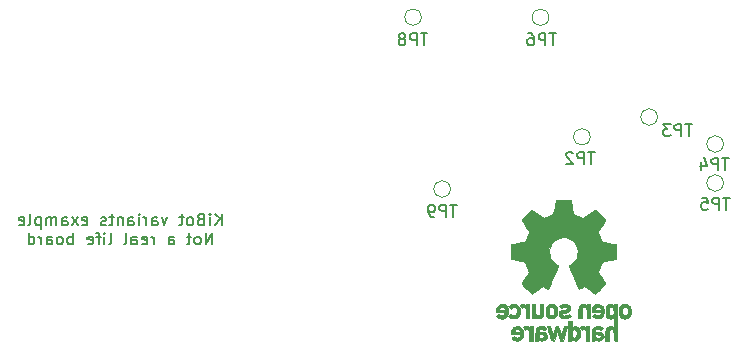
<source format=gbr>
%TF.GenerationSoftware,KiCad,Pcbnew,9.0.0*%
%TF.CreationDate,2025-03-18T13:41:36+00:00*%
%TF.ProjectId,t1,74312e6b-6963-4616-945f-706362585858,${git_hash}*%
%TF.SameCoordinates,Original*%
%TF.FileFunction,Legend,Bot*%
%TF.FilePolarity,Positive*%
%FSLAX46Y46*%
G04 Gerber Fmt 4.6, Leading zero omitted, Abs format (unit mm)*
G04 Created by KiCad (PCBNEW 9.0.0) date 2025-03-18 13:41:36*
%MOMM*%
%LPD*%
G01*
G04 APERTURE LIST*
%ADD10C,0.150000*%
%ADD11C,0.120000*%
%ADD12C,0.010000*%
G04 APERTURE END LIST*
D10*
X137298629Y-87660847D02*
X137298629Y-86660847D01*
X136727201Y-87660847D02*
X137155772Y-87089418D01*
X136727201Y-86660847D02*
X137298629Y-87232275D01*
X136298629Y-87660847D02*
X136298629Y-86994180D01*
X136298629Y-86660847D02*
X136346248Y-86708466D01*
X136346248Y-86708466D02*
X136298629Y-86756085D01*
X136298629Y-86756085D02*
X136251010Y-86708466D01*
X136251010Y-86708466D02*
X136298629Y-86660847D01*
X136298629Y-86660847D02*
X136298629Y-86756085D01*
X135489106Y-87137037D02*
X135346249Y-87184656D01*
X135346249Y-87184656D02*
X135298630Y-87232275D01*
X135298630Y-87232275D02*
X135251011Y-87327513D01*
X135251011Y-87327513D02*
X135251011Y-87470370D01*
X135251011Y-87470370D02*
X135298630Y-87565608D01*
X135298630Y-87565608D02*
X135346249Y-87613228D01*
X135346249Y-87613228D02*
X135441487Y-87660847D01*
X135441487Y-87660847D02*
X135822439Y-87660847D01*
X135822439Y-87660847D02*
X135822439Y-86660847D01*
X135822439Y-86660847D02*
X135489106Y-86660847D01*
X135489106Y-86660847D02*
X135393868Y-86708466D01*
X135393868Y-86708466D02*
X135346249Y-86756085D01*
X135346249Y-86756085D02*
X135298630Y-86851323D01*
X135298630Y-86851323D02*
X135298630Y-86946561D01*
X135298630Y-86946561D02*
X135346249Y-87041799D01*
X135346249Y-87041799D02*
X135393868Y-87089418D01*
X135393868Y-87089418D02*
X135489106Y-87137037D01*
X135489106Y-87137037D02*
X135822439Y-87137037D01*
X134679582Y-87660847D02*
X134774820Y-87613228D01*
X134774820Y-87613228D02*
X134822439Y-87565608D01*
X134822439Y-87565608D02*
X134870058Y-87470370D01*
X134870058Y-87470370D02*
X134870058Y-87184656D01*
X134870058Y-87184656D02*
X134822439Y-87089418D01*
X134822439Y-87089418D02*
X134774820Y-87041799D01*
X134774820Y-87041799D02*
X134679582Y-86994180D01*
X134679582Y-86994180D02*
X134536725Y-86994180D01*
X134536725Y-86994180D02*
X134441487Y-87041799D01*
X134441487Y-87041799D02*
X134393868Y-87089418D01*
X134393868Y-87089418D02*
X134346249Y-87184656D01*
X134346249Y-87184656D02*
X134346249Y-87470370D01*
X134346249Y-87470370D02*
X134393868Y-87565608D01*
X134393868Y-87565608D02*
X134441487Y-87613228D01*
X134441487Y-87613228D02*
X134536725Y-87660847D01*
X134536725Y-87660847D02*
X134679582Y-87660847D01*
X134060534Y-86994180D02*
X133679582Y-86994180D01*
X133917677Y-86660847D02*
X133917677Y-87517989D01*
X133917677Y-87517989D02*
X133870058Y-87613228D01*
X133870058Y-87613228D02*
X133774820Y-87660847D01*
X133774820Y-87660847D02*
X133679582Y-87660847D01*
X132679581Y-86994180D02*
X132441486Y-87660847D01*
X132441486Y-87660847D02*
X132203391Y-86994180D01*
X131393867Y-87660847D02*
X131393867Y-87137037D01*
X131393867Y-87137037D02*
X131441486Y-87041799D01*
X131441486Y-87041799D02*
X131536724Y-86994180D01*
X131536724Y-86994180D02*
X131727200Y-86994180D01*
X131727200Y-86994180D02*
X131822438Y-87041799D01*
X131393867Y-87613228D02*
X131489105Y-87660847D01*
X131489105Y-87660847D02*
X131727200Y-87660847D01*
X131727200Y-87660847D02*
X131822438Y-87613228D01*
X131822438Y-87613228D02*
X131870057Y-87517989D01*
X131870057Y-87517989D02*
X131870057Y-87422751D01*
X131870057Y-87422751D02*
X131822438Y-87327513D01*
X131822438Y-87327513D02*
X131727200Y-87279894D01*
X131727200Y-87279894D02*
X131489105Y-87279894D01*
X131489105Y-87279894D02*
X131393867Y-87232275D01*
X130917676Y-87660847D02*
X130917676Y-86994180D01*
X130917676Y-87184656D02*
X130870057Y-87089418D01*
X130870057Y-87089418D02*
X130822438Y-87041799D01*
X130822438Y-87041799D02*
X130727200Y-86994180D01*
X130727200Y-86994180D02*
X130631962Y-86994180D01*
X130298628Y-87660847D02*
X130298628Y-86994180D01*
X130298628Y-86660847D02*
X130346247Y-86708466D01*
X130346247Y-86708466D02*
X130298628Y-86756085D01*
X130298628Y-86756085D02*
X130251009Y-86708466D01*
X130251009Y-86708466D02*
X130298628Y-86660847D01*
X130298628Y-86660847D02*
X130298628Y-86756085D01*
X129393867Y-87660847D02*
X129393867Y-87137037D01*
X129393867Y-87137037D02*
X129441486Y-87041799D01*
X129441486Y-87041799D02*
X129536724Y-86994180D01*
X129536724Y-86994180D02*
X129727200Y-86994180D01*
X129727200Y-86994180D02*
X129822438Y-87041799D01*
X129393867Y-87613228D02*
X129489105Y-87660847D01*
X129489105Y-87660847D02*
X129727200Y-87660847D01*
X129727200Y-87660847D02*
X129822438Y-87613228D01*
X129822438Y-87613228D02*
X129870057Y-87517989D01*
X129870057Y-87517989D02*
X129870057Y-87422751D01*
X129870057Y-87422751D02*
X129822438Y-87327513D01*
X129822438Y-87327513D02*
X129727200Y-87279894D01*
X129727200Y-87279894D02*
X129489105Y-87279894D01*
X129489105Y-87279894D02*
X129393867Y-87232275D01*
X128917676Y-86994180D02*
X128917676Y-87660847D01*
X128917676Y-87089418D02*
X128870057Y-87041799D01*
X128870057Y-87041799D02*
X128774819Y-86994180D01*
X128774819Y-86994180D02*
X128631962Y-86994180D01*
X128631962Y-86994180D02*
X128536724Y-87041799D01*
X128536724Y-87041799D02*
X128489105Y-87137037D01*
X128489105Y-87137037D02*
X128489105Y-87660847D01*
X128155771Y-86994180D02*
X127774819Y-86994180D01*
X128012914Y-86660847D02*
X128012914Y-87517989D01*
X128012914Y-87517989D02*
X127965295Y-87613228D01*
X127965295Y-87613228D02*
X127870057Y-87660847D01*
X127870057Y-87660847D02*
X127774819Y-87660847D01*
X127489104Y-87613228D02*
X127393866Y-87660847D01*
X127393866Y-87660847D02*
X127203390Y-87660847D01*
X127203390Y-87660847D02*
X127108152Y-87613228D01*
X127108152Y-87613228D02*
X127060533Y-87517989D01*
X127060533Y-87517989D02*
X127060533Y-87470370D01*
X127060533Y-87470370D02*
X127108152Y-87375132D01*
X127108152Y-87375132D02*
X127203390Y-87327513D01*
X127203390Y-87327513D02*
X127346247Y-87327513D01*
X127346247Y-87327513D02*
X127441485Y-87279894D01*
X127441485Y-87279894D02*
X127489104Y-87184656D01*
X127489104Y-87184656D02*
X127489104Y-87137037D01*
X127489104Y-87137037D02*
X127441485Y-87041799D01*
X127441485Y-87041799D02*
X127346247Y-86994180D01*
X127346247Y-86994180D02*
X127203390Y-86994180D01*
X127203390Y-86994180D02*
X127108152Y-87041799D01*
X125489104Y-87613228D02*
X125584342Y-87660847D01*
X125584342Y-87660847D02*
X125774818Y-87660847D01*
X125774818Y-87660847D02*
X125870056Y-87613228D01*
X125870056Y-87613228D02*
X125917675Y-87517989D01*
X125917675Y-87517989D02*
X125917675Y-87137037D01*
X125917675Y-87137037D02*
X125870056Y-87041799D01*
X125870056Y-87041799D02*
X125774818Y-86994180D01*
X125774818Y-86994180D02*
X125584342Y-86994180D01*
X125584342Y-86994180D02*
X125489104Y-87041799D01*
X125489104Y-87041799D02*
X125441485Y-87137037D01*
X125441485Y-87137037D02*
X125441485Y-87232275D01*
X125441485Y-87232275D02*
X125917675Y-87327513D01*
X125108151Y-87660847D02*
X124584342Y-86994180D01*
X125108151Y-86994180D02*
X124584342Y-87660847D01*
X123774818Y-87660847D02*
X123774818Y-87137037D01*
X123774818Y-87137037D02*
X123822437Y-87041799D01*
X123822437Y-87041799D02*
X123917675Y-86994180D01*
X123917675Y-86994180D02*
X124108151Y-86994180D01*
X124108151Y-86994180D02*
X124203389Y-87041799D01*
X123774818Y-87613228D02*
X123870056Y-87660847D01*
X123870056Y-87660847D02*
X124108151Y-87660847D01*
X124108151Y-87660847D02*
X124203389Y-87613228D01*
X124203389Y-87613228D02*
X124251008Y-87517989D01*
X124251008Y-87517989D02*
X124251008Y-87422751D01*
X124251008Y-87422751D02*
X124203389Y-87327513D01*
X124203389Y-87327513D02*
X124108151Y-87279894D01*
X124108151Y-87279894D02*
X123870056Y-87279894D01*
X123870056Y-87279894D02*
X123774818Y-87232275D01*
X123298627Y-87660847D02*
X123298627Y-86994180D01*
X123298627Y-87089418D02*
X123251008Y-87041799D01*
X123251008Y-87041799D02*
X123155770Y-86994180D01*
X123155770Y-86994180D02*
X123012913Y-86994180D01*
X123012913Y-86994180D02*
X122917675Y-87041799D01*
X122917675Y-87041799D02*
X122870056Y-87137037D01*
X122870056Y-87137037D02*
X122870056Y-87660847D01*
X122870056Y-87137037D02*
X122822437Y-87041799D01*
X122822437Y-87041799D02*
X122727199Y-86994180D01*
X122727199Y-86994180D02*
X122584342Y-86994180D01*
X122584342Y-86994180D02*
X122489103Y-87041799D01*
X122489103Y-87041799D02*
X122441484Y-87137037D01*
X122441484Y-87137037D02*
X122441484Y-87660847D01*
X121965294Y-86994180D02*
X121965294Y-87994180D01*
X121965294Y-87041799D02*
X121870056Y-86994180D01*
X121870056Y-86994180D02*
X121679580Y-86994180D01*
X121679580Y-86994180D02*
X121584342Y-87041799D01*
X121584342Y-87041799D02*
X121536723Y-87089418D01*
X121536723Y-87089418D02*
X121489104Y-87184656D01*
X121489104Y-87184656D02*
X121489104Y-87470370D01*
X121489104Y-87470370D02*
X121536723Y-87565608D01*
X121536723Y-87565608D02*
X121584342Y-87613228D01*
X121584342Y-87613228D02*
X121679580Y-87660847D01*
X121679580Y-87660847D02*
X121870056Y-87660847D01*
X121870056Y-87660847D02*
X121965294Y-87613228D01*
X120917675Y-87660847D02*
X121012913Y-87613228D01*
X121012913Y-87613228D02*
X121060532Y-87517989D01*
X121060532Y-87517989D02*
X121060532Y-86660847D01*
X120155770Y-87613228D02*
X120251008Y-87660847D01*
X120251008Y-87660847D02*
X120441484Y-87660847D01*
X120441484Y-87660847D02*
X120536722Y-87613228D01*
X120536722Y-87613228D02*
X120584341Y-87517989D01*
X120584341Y-87517989D02*
X120584341Y-87137037D01*
X120584341Y-87137037D02*
X120536722Y-87041799D01*
X120536722Y-87041799D02*
X120441484Y-86994180D01*
X120441484Y-86994180D02*
X120251008Y-86994180D01*
X120251008Y-86994180D02*
X120155770Y-87041799D01*
X120155770Y-87041799D02*
X120108151Y-87137037D01*
X120108151Y-87137037D02*
X120108151Y-87232275D01*
X120108151Y-87232275D02*
X120584341Y-87327513D01*
X136512915Y-89270791D02*
X136512915Y-88270791D01*
X136512915Y-88270791D02*
X135941487Y-89270791D01*
X135941487Y-89270791D02*
X135941487Y-88270791D01*
X135322439Y-89270791D02*
X135417677Y-89223172D01*
X135417677Y-89223172D02*
X135465296Y-89175552D01*
X135465296Y-89175552D02*
X135512915Y-89080314D01*
X135512915Y-89080314D02*
X135512915Y-88794600D01*
X135512915Y-88794600D02*
X135465296Y-88699362D01*
X135465296Y-88699362D02*
X135417677Y-88651743D01*
X135417677Y-88651743D02*
X135322439Y-88604124D01*
X135322439Y-88604124D02*
X135179582Y-88604124D01*
X135179582Y-88604124D02*
X135084344Y-88651743D01*
X135084344Y-88651743D02*
X135036725Y-88699362D01*
X135036725Y-88699362D02*
X134989106Y-88794600D01*
X134989106Y-88794600D02*
X134989106Y-89080314D01*
X134989106Y-89080314D02*
X135036725Y-89175552D01*
X135036725Y-89175552D02*
X135084344Y-89223172D01*
X135084344Y-89223172D02*
X135179582Y-89270791D01*
X135179582Y-89270791D02*
X135322439Y-89270791D01*
X134703391Y-88604124D02*
X134322439Y-88604124D01*
X134560534Y-88270791D02*
X134560534Y-89127933D01*
X134560534Y-89127933D02*
X134512915Y-89223172D01*
X134512915Y-89223172D02*
X134417677Y-89270791D01*
X134417677Y-89270791D02*
X134322439Y-89270791D01*
X132798629Y-89270791D02*
X132798629Y-88746981D01*
X132798629Y-88746981D02*
X132846248Y-88651743D01*
X132846248Y-88651743D02*
X132941486Y-88604124D01*
X132941486Y-88604124D02*
X133131962Y-88604124D01*
X133131962Y-88604124D02*
X133227200Y-88651743D01*
X132798629Y-89223172D02*
X132893867Y-89270791D01*
X132893867Y-89270791D02*
X133131962Y-89270791D01*
X133131962Y-89270791D02*
X133227200Y-89223172D01*
X133227200Y-89223172D02*
X133274819Y-89127933D01*
X133274819Y-89127933D02*
X133274819Y-89032695D01*
X133274819Y-89032695D02*
X133227200Y-88937457D01*
X133227200Y-88937457D02*
X133131962Y-88889838D01*
X133131962Y-88889838D02*
X132893867Y-88889838D01*
X132893867Y-88889838D02*
X132798629Y-88842219D01*
X131560533Y-89270791D02*
X131560533Y-88604124D01*
X131560533Y-88794600D02*
X131512914Y-88699362D01*
X131512914Y-88699362D02*
X131465295Y-88651743D01*
X131465295Y-88651743D02*
X131370057Y-88604124D01*
X131370057Y-88604124D02*
X131274819Y-88604124D01*
X130560533Y-89223172D02*
X130655771Y-89270791D01*
X130655771Y-89270791D02*
X130846247Y-89270791D01*
X130846247Y-89270791D02*
X130941485Y-89223172D01*
X130941485Y-89223172D02*
X130989104Y-89127933D01*
X130989104Y-89127933D02*
X130989104Y-88746981D01*
X130989104Y-88746981D02*
X130941485Y-88651743D01*
X130941485Y-88651743D02*
X130846247Y-88604124D01*
X130846247Y-88604124D02*
X130655771Y-88604124D01*
X130655771Y-88604124D02*
X130560533Y-88651743D01*
X130560533Y-88651743D02*
X130512914Y-88746981D01*
X130512914Y-88746981D02*
X130512914Y-88842219D01*
X130512914Y-88842219D02*
X130989104Y-88937457D01*
X129655771Y-89270791D02*
X129655771Y-88746981D01*
X129655771Y-88746981D02*
X129703390Y-88651743D01*
X129703390Y-88651743D02*
X129798628Y-88604124D01*
X129798628Y-88604124D02*
X129989104Y-88604124D01*
X129989104Y-88604124D02*
X130084342Y-88651743D01*
X129655771Y-89223172D02*
X129751009Y-89270791D01*
X129751009Y-89270791D02*
X129989104Y-89270791D01*
X129989104Y-89270791D02*
X130084342Y-89223172D01*
X130084342Y-89223172D02*
X130131961Y-89127933D01*
X130131961Y-89127933D02*
X130131961Y-89032695D01*
X130131961Y-89032695D02*
X130084342Y-88937457D01*
X130084342Y-88937457D02*
X129989104Y-88889838D01*
X129989104Y-88889838D02*
X129751009Y-88889838D01*
X129751009Y-88889838D02*
X129655771Y-88842219D01*
X129036723Y-89270791D02*
X129131961Y-89223172D01*
X129131961Y-89223172D02*
X129179580Y-89127933D01*
X129179580Y-89127933D02*
X129179580Y-88270791D01*
X127751008Y-89270791D02*
X127846246Y-89223172D01*
X127846246Y-89223172D02*
X127893865Y-89127933D01*
X127893865Y-89127933D02*
X127893865Y-88270791D01*
X127370055Y-89270791D02*
X127370055Y-88604124D01*
X127370055Y-88270791D02*
X127417674Y-88318410D01*
X127417674Y-88318410D02*
X127370055Y-88366029D01*
X127370055Y-88366029D02*
X127322436Y-88318410D01*
X127322436Y-88318410D02*
X127370055Y-88270791D01*
X127370055Y-88270791D02*
X127370055Y-88366029D01*
X127036722Y-88604124D02*
X126655770Y-88604124D01*
X126893865Y-89270791D02*
X126893865Y-88413648D01*
X126893865Y-88413648D02*
X126846246Y-88318410D01*
X126846246Y-88318410D02*
X126751008Y-88270791D01*
X126751008Y-88270791D02*
X126655770Y-88270791D01*
X125941484Y-89223172D02*
X126036722Y-89270791D01*
X126036722Y-89270791D02*
X126227198Y-89270791D01*
X126227198Y-89270791D02*
X126322436Y-89223172D01*
X126322436Y-89223172D02*
X126370055Y-89127933D01*
X126370055Y-89127933D02*
X126370055Y-88746981D01*
X126370055Y-88746981D02*
X126322436Y-88651743D01*
X126322436Y-88651743D02*
X126227198Y-88604124D01*
X126227198Y-88604124D02*
X126036722Y-88604124D01*
X126036722Y-88604124D02*
X125941484Y-88651743D01*
X125941484Y-88651743D02*
X125893865Y-88746981D01*
X125893865Y-88746981D02*
X125893865Y-88842219D01*
X125893865Y-88842219D02*
X126370055Y-88937457D01*
X124703388Y-89270791D02*
X124703388Y-88270791D01*
X124703388Y-88651743D02*
X124608150Y-88604124D01*
X124608150Y-88604124D02*
X124417674Y-88604124D01*
X124417674Y-88604124D02*
X124322436Y-88651743D01*
X124322436Y-88651743D02*
X124274817Y-88699362D01*
X124274817Y-88699362D02*
X124227198Y-88794600D01*
X124227198Y-88794600D02*
X124227198Y-89080314D01*
X124227198Y-89080314D02*
X124274817Y-89175552D01*
X124274817Y-89175552D02*
X124322436Y-89223172D01*
X124322436Y-89223172D02*
X124417674Y-89270791D01*
X124417674Y-89270791D02*
X124608150Y-89270791D01*
X124608150Y-89270791D02*
X124703388Y-89223172D01*
X123655769Y-89270791D02*
X123751007Y-89223172D01*
X123751007Y-89223172D02*
X123798626Y-89175552D01*
X123798626Y-89175552D02*
X123846245Y-89080314D01*
X123846245Y-89080314D02*
X123846245Y-88794600D01*
X123846245Y-88794600D02*
X123798626Y-88699362D01*
X123798626Y-88699362D02*
X123751007Y-88651743D01*
X123751007Y-88651743D02*
X123655769Y-88604124D01*
X123655769Y-88604124D02*
X123512912Y-88604124D01*
X123512912Y-88604124D02*
X123417674Y-88651743D01*
X123417674Y-88651743D02*
X123370055Y-88699362D01*
X123370055Y-88699362D02*
X123322436Y-88794600D01*
X123322436Y-88794600D02*
X123322436Y-89080314D01*
X123322436Y-89080314D02*
X123370055Y-89175552D01*
X123370055Y-89175552D02*
X123417674Y-89223172D01*
X123417674Y-89223172D02*
X123512912Y-89270791D01*
X123512912Y-89270791D02*
X123655769Y-89270791D01*
X122465293Y-89270791D02*
X122465293Y-88746981D01*
X122465293Y-88746981D02*
X122512912Y-88651743D01*
X122512912Y-88651743D02*
X122608150Y-88604124D01*
X122608150Y-88604124D02*
X122798626Y-88604124D01*
X122798626Y-88604124D02*
X122893864Y-88651743D01*
X122465293Y-89223172D02*
X122560531Y-89270791D01*
X122560531Y-89270791D02*
X122798626Y-89270791D01*
X122798626Y-89270791D02*
X122893864Y-89223172D01*
X122893864Y-89223172D02*
X122941483Y-89127933D01*
X122941483Y-89127933D02*
X122941483Y-89032695D01*
X122941483Y-89032695D02*
X122893864Y-88937457D01*
X122893864Y-88937457D02*
X122798626Y-88889838D01*
X122798626Y-88889838D02*
X122560531Y-88889838D01*
X122560531Y-88889838D02*
X122465293Y-88842219D01*
X121989102Y-89270791D02*
X121989102Y-88604124D01*
X121989102Y-88794600D02*
X121941483Y-88699362D01*
X121941483Y-88699362D02*
X121893864Y-88651743D01*
X121893864Y-88651743D02*
X121798626Y-88604124D01*
X121798626Y-88604124D02*
X121703388Y-88604124D01*
X120941483Y-89270791D02*
X120941483Y-88270791D01*
X120941483Y-89223172D02*
X121036721Y-89270791D01*
X121036721Y-89270791D02*
X121227197Y-89270791D01*
X121227197Y-89270791D02*
X121322435Y-89223172D01*
X121322435Y-89223172D02*
X121370054Y-89175552D01*
X121370054Y-89175552D02*
X121417673Y-89080314D01*
X121417673Y-89080314D02*
X121417673Y-88794600D01*
X121417673Y-88794600D02*
X121370054Y-88699362D01*
X121370054Y-88699362D02*
X121322435Y-88651743D01*
X121322435Y-88651743D02*
X121227197Y-88604124D01*
X121227197Y-88604124D02*
X121036721Y-88604124D01*
X121036721Y-88604124D02*
X120941483Y-88651743D01*
X168876504Y-81446019D02*
X168305076Y-81446019D01*
X168590790Y-82446019D02*
X168590790Y-81446019D01*
X167971742Y-82446019D02*
X167971742Y-81446019D01*
X167971742Y-81446019D02*
X167590790Y-81446019D01*
X167590790Y-81446019D02*
X167495552Y-81493638D01*
X167495552Y-81493638D02*
X167447933Y-81541257D01*
X167447933Y-81541257D02*
X167400314Y-81636495D01*
X167400314Y-81636495D02*
X167400314Y-81779352D01*
X167400314Y-81779352D02*
X167447933Y-81874590D01*
X167447933Y-81874590D02*
X167495552Y-81922209D01*
X167495552Y-81922209D02*
X167590790Y-81969828D01*
X167590790Y-81969828D02*
X167971742Y-81969828D01*
X167019361Y-81541257D02*
X166971742Y-81493638D01*
X166971742Y-81493638D02*
X166876504Y-81446019D01*
X166876504Y-81446019D02*
X166638409Y-81446019D01*
X166638409Y-81446019D02*
X166543171Y-81493638D01*
X166543171Y-81493638D02*
X166495552Y-81541257D01*
X166495552Y-81541257D02*
X166447933Y-81636495D01*
X166447933Y-81636495D02*
X166447933Y-81731733D01*
X166447933Y-81731733D02*
X166495552Y-81874590D01*
X166495552Y-81874590D02*
X167066980Y-82446019D01*
X167066980Y-82446019D02*
X166447933Y-82446019D01*
X177106104Y-79083819D02*
X176534676Y-79083819D01*
X176820390Y-80083819D02*
X176820390Y-79083819D01*
X176201342Y-80083819D02*
X176201342Y-79083819D01*
X176201342Y-79083819D02*
X175820390Y-79083819D01*
X175820390Y-79083819D02*
X175725152Y-79131438D01*
X175725152Y-79131438D02*
X175677533Y-79179057D01*
X175677533Y-79179057D02*
X175629914Y-79274295D01*
X175629914Y-79274295D02*
X175629914Y-79417152D01*
X175629914Y-79417152D02*
X175677533Y-79512390D01*
X175677533Y-79512390D02*
X175725152Y-79560009D01*
X175725152Y-79560009D02*
X175820390Y-79607628D01*
X175820390Y-79607628D02*
X176201342Y-79607628D01*
X175296580Y-79083819D02*
X174677533Y-79083819D01*
X174677533Y-79083819D02*
X175010866Y-79464771D01*
X175010866Y-79464771D02*
X174868009Y-79464771D01*
X174868009Y-79464771D02*
X174772771Y-79512390D01*
X174772771Y-79512390D02*
X174725152Y-79560009D01*
X174725152Y-79560009D02*
X174677533Y-79655247D01*
X174677533Y-79655247D02*
X174677533Y-79893342D01*
X174677533Y-79893342D02*
X174725152Y-79988580D01*
X174725152Y-79988580D02*
X174772771Y-80036200D01*
X174772771Y-80036200D02*
X174868009Y-80083819D01*
X174868009Y-80083819D02*
X175153723Y-80083819D01*
X175153723Y-80083819D02*
X175248961Y-80036200D01*
X175248961Y-80036200D02*
X175296580Y-79988580D01*
X180230304Y-81954019D02*
X179658876Y-81954019D01*
X179944590Y-82954019D02*
X179944590Y-81954019D01*
X179325542Y-82954019D02*
X179325542Y-81954019D01*
X179325542Y-81954019D02*
X178944590Y-81954019D01*
X178944590Y-81954019D02*
X178849352Y-82001638D01*
X178849352Y-82001638D02*
X178801733Y-82049257D01*
X178801733Y-82049257D02*
X178754114Y-82144495D01*
X178754114Y-82144495D02*
X178754114Y-82287352D01*
X178754114Y-82287352D02*
X178801733Y-82382590D01*
X178801733Y-82382590D02*
X178849352Y-82430209D01*
X178849352Y-82430209D02*
X178944590Y-82477828D01*
X178944590Y-82477828D02*
X179325542Y-82477828D01*
X177896971Y-82287352D02*
X177896971Y-82954019D01*
X178135066Y-81906400D02*
X178373161Y-82620685D01*
X178373161Y-82620685D02*
X177754114Y-82620685D01*
X180306504Y-85332219D02*
X179735076Y-85332219D01*
X180020790Y-86332219D02*
X180020790Y-85332219D01*
X179401742Y-86332219D02*
X179401742Y-85332219D01*
X179401742Y-85332219D02*
X179020790Y-85332219D01*
X179020790Y-85332219D02*
X178925552Y-85379838D01*
X178925552Y-85379838D02*
X178877933Y-85427457D01*
X178877933Y-85427457D02*
X178830314Y-85522695D01*
X178830314Y-85522695D02*
X178830314Y-85665552D01*
X178830314Y-85665552D02*
X178877933Y-85760790D01*
X178877933Y-85760790D02*
X178925552Y-85808409D01*
X178925552Y-85808409D02*
X179020790Y-85856028D01*
X179020790Y-85856028D02*
X179401742Y-85856028D01*
X177925552Y-85332219D02*
X178401742Y-85332219D01*
X178401742Y-85332219D02*
X178449361Y-85808409D01*
X178449361Y-85808409D02*
X178401742Y-85760790D01*
X178401742Y-85760790D02*
X178306504Y-85713171D01*
X178306504Y-85713171D02*
X178068409Y-85713171D01*
X178068409Y-85713171D02*
X177973171Y-85760790D01*
X177973171Y-85760790D02*
X177925552Y-85808409D01*
X177925552Y-85808409D02*
X177877933Y-85903647D01*
X177877933Y-85903647D02*
X177877933Y-86141742D01*
X177877933Y-86141742D02*
X177925552Y-86236980D01*
X177925552Y-86236980D02*
X177973171Y-86284600D01*
X177973171Y-86284600D02*
X178068409Y-86332219D01*
X178068409Y-86332219D02*
X178306504Y-86332219D01*
X178306504Y-86332219D02*
X178401742Y-86284600D01*
X178401742Y-86284600D02*
X178449361Y-86236980D01*
X165599904Y-71413019D02*
X165028476Y-71413019D01*
X165314190Y-72413019D02*
X165314190Y-71413019D01*
X164695142Y-72413019D02*
X164695142Y-71413019D01*
X164695142Y-71413019D02*
X164314190Y-71413019D01*
X164314190Y-71413019D02*
X164218952Y-71460638D01*
X164218952Y-71460638D02*
X164171333Y-71508257D01*
X164171333Y-71508257D02*
X164123714Y-71603495D01*
X164123714Y-71603495D02*
X164123714Y-71746352D01*
X164123714Y-71746352D02*
X164171333Y-71841590D01*
X164171333Y-71841590D02*
X164218952Y-71889209D01*
X164218952Y-71889209D02*
X164314190Y-71936828D01*
X164314190Y-71936828D02*
X164695142Y-71936828D01*
X163266571Y-71413019D02*
X163457047Y-71413019D01*
X163457047Y-71413019D02*
X163552285Y-71460638D01*
X163552285Y-71460638D02*
X163599904Y-71508257D01*
X163599904Y-71508257D02*
X163695142Y-71651114D01*
X163695142Y-71651114D02*
X163742761Y-71841590D01*
X163742761Y-71841590D02*
X163742761Y-72222542D01*
X163742761Y-72222542D02*
X163695142Y-72317780D01*
X163695142Y-72317780D02*
X163647523Y-72365400D01*
X163647523Y-72365400D02*
X163552285Y-72413019D01*
X163552285Y-72413019D02*
X163361809Y-72413019D01*
X163361809Y-72413019D02*
X163266571Y-72365400D01*
X163266571Y-72365400D02*
X163218952Y-72317780D01*
X163218952Y-72317780D02*
X163171333Y-72222542D01*
X163171333Y-72222542D02*
X163171333Y-71984447D01*
X163171333Y-71984447D02*
X163218952Y-71889209D01*
X163218952Y-71889209D02*
X163266571Y-71841590D01*
X163266571Y-71841590D02*
X163361809Y-71793971D01*
X163361809Y-71793971D02*
X163552285Y-71793971D01*
X163552285Y-71793971D02*
X163647523Y-71841590D01*
X163647523Y-71841590D02*
X163695142Y-71889209D01*
X163695142Y-71889209D02*
X163742761Y-71984447D01*
X154703304Y-71413019D02*
X154131876Y-71413019D01*
X154417590Y-72413019D02*
X154417590Y-71413019D01*
X153798542Y-72413019D02*
X153798542Y-71413019D01*
X153798542Y-71413019D02*
X153417590Y-71413019D01*
X153417590Y-71413019D02*
X153322352Y-71460638D01*
X153322352Y-71460638D02*
X153274733Y-71508257D01*
X153274733Y-71508257D02*
X153227114Y-71603495D01*
X153227114Y-71603495D02*
X153227114Y-71746352D01*
X153227114Y-71746352D02*
X153274733Y-71841590D01*
X153274733Y-71841590D02*
X153322352Y-71889209D01*
X153322352Y-71889209D02*
X153417590Y-71936828D01*
X153417590Y-71936828D02*
X153798542Y-71936828D01*
X152655685Y-71841590D02*
X152750923Y-71793971D01*
X152750923Y-71793971D02*
X152798542Y-71746352D01*
X152798542Y-71746352D02*
X152846161Y-71651114D01*
X152846161Y-71651114D02*
X152846161Y-71603495D01*
X152846161Y-71603495D02*
X152798542Y-71508257D01*
X152798542Y-71508257D02*
X152750923Y-71460638D01*
X152750923Y-71460638D02*
X152655685Y-71413019D01*
X152655685Y-71413019D02*
X152465209Y-71413019D01*
X152465209Y-71413019D02*
X152369971Y-71460638D01*
X152369971Y-71460638D02*
X152322352Y-71508257D01*
X152322352Y-71508257D02*
X152274733Y-71603495D01*
X152274733Y-71603495D02*
X152274733Y-71651114D01*
X152274733Y-71651114D02*
X152322352Y-71746352D01*
X152322352Y-71746352D02*
X152369971Y-71793971D01*
X152369971Y-71793971D02*
X152465209Y-71841590D01*
X152465209Y-71841590D02*
X152655685Y-71841590D01*
X152655685Y-71841590D02*
X152750923Y-71889209D01*
X152750923Y-71889209D02*
X152798542Y-71936828D01*
X152798542Y-71936828D02*
X152846161Y-72032066D01*
X152846161Y-72032066D02*
X152846161Y-72222542D01*
X152846161Y-72222542D02*
X152798542Y-72317780D01*
X152798542Y-72317780D02*
X152750923Y-72365400D01*
X152750923Y-72365400D02*
X152655685Y-72413019D01*
X152655685Y-72413019D02*
X152465209Y-72413019D01*
X152465209Y-72413019D02*
X152369971Y-72365400D01*
X152369971Y-72365400D02*
X152322352Y-72317780D01*
X152322352Y-72317780D02*
X152274733Y-72222542D01*
X152274733Y-72222542D02*
X152274733Y-72032066D01*
X152274733Y-72032066D02*
X152322352Y-71936828D01*
X152322352Y-71936828D02*
X152369971Y-71889209D01*
X152369971Y-71889209D02*
X152465209Y-71841590D01*
X157192504Y-85916419D02*
X156621076Y-85916419D01*
X156906790Y-86916419D02*
X156906790Y-85916419D01*
X156287742Y-86916419D02*
X156287742Y-85916419D01*
X156287742Y-85916419D02*
X155906790Y-85916419D01*
X155906790Y-85916419D02*
X155811552Y-85964038D01*
X155811552Y-85964038D02*
X155763933Y-86011657D01*
X155763933Y-86011657D02*
X155716314Y-86106895D01*
X155716314Y-86106895D02*
X155716314Y-86249752D01*
X155716314Y-86249752D02*
X155763933Y-86344990D01*
X155763933Y-86344990D02*
X155811552Y-86392609D01*
X155811552Y-86392609D02*
X155906790Y-86440228D01*
X155906790Y-86440228D02*
X156287742Y-86440228D01*
X155240123Y-86916419D02*
X155049647Y-86916419D01*
X155049647Y-86916419D02*
X154954409Y-86868800D01*
X154954409Y-86868800D02*
X154906790Y-86821180D01*
X154906790Y-86821180D02*
X154811552Y-86678323D01*
X154811552Y-86678323D02*
X154763933Y-86487847D01*
X154763933Y-86487847D02*
X154763933Y-86106895D01*
X154763933Y-86106895D02*
X154811552Y-86011657D01*
X154811552Y-86011657D02*
X154859171Y-85964038D01*
X154859171Y-85964038D02*
X154954409Y-85916419D01*
X154954409Y-85916419D02*
X155144885Y-85916419D01*
X155144885Y-85916419D02*
X155240123Y-85964038D01*
X155240123Y-85964038D02*
X155287742Y-86011657D01*
X155287742Y-86011657D02*
X155335361Y-86106895D01*
X155335361Y-86106895D02*
X155335361Y-86344990D01*
X155335361Y-86344990D02*
X155287742Y-86440228D01*
X155287742Y-86440228D02*
X155240123Y-86487847D01*
X155240123Y-86487847D02*
X155144885Y-86535466D01*
X155144885Y-86535466D02*
X154954409Y-86535466D01*
X154954409Y-86535466D02*
X154859171Y-86487847D01*
X154859171Y-86487847D02*
X154811552Y-86440228D01*
X154811552Y-86440228D02*
X154763933Y-86344990D01*
D11*
%TO.C,TP2*%
X168492400Y-80162400D02*
G75*
G02*
X167092400Y-80162400I-700000J0D01*
G01*
X167092400Y-80162400D02*
G75*
G02*
X168492400Y-80162400I700000J0D01*
G01*
%TO.C,TP3*%
X174182000Y-78486000D02*
G75*
G02*
X172782000Y-78486000I-700000J0D01*
G01*
X172782000Y-78486000D02*
G75*
G02*
X174182000Y-78486000I700000J0D01*
G01*
%TO.C,TP4*%
X179770000Y-80772000D02*
G75*
G02*
X178370000Y-80772000I-700000J0D01*
G01*
X178370000Y-80772000D02*
G75*
G02*
X179770000Y-80772000I700000J0D01*
G01*
%TO.C,TP5*%
X179770000Y-84074000D02*
G75*
G02*
X178370000Y-84074000I-700000J0D01*
G01*
X178370000Y-84074000D02*
G75*
G02*
X179770000Y-84074000I700000J0D01*
G01*
%TO.C,TP6*%
X164987200Y-70053200D02*
G75*
G02*
X163587200Y-70053200I-700000J0D01*
G01*
X163587200Y-70053200D02*
G75*
G02*
X164987200Y-70053200I700000J0D01*
G01*
%TO.C,TP8*%
X154192200Y-70027800D02*
G75*
G02*
X152792200Y-70027800I-700000J0D01*
G01*
X152792200Y-70027800D02*
G75*
G02*
X154192200Y-70027800I700000J0D01*
G01*
%TO.C,TP9*%
X156656000Y-84582000D02*
G75*
G02*
X155256000Y-84582000I-700000J0D01*
G01*
X155256000Y-84582000D02*
G75*
G02*
X156656000Y-84582000I700000J0D01*
G01*
D12*
%TO.C,LOGO1*%
X162850842Y-94319381D02*
X162911889Y-94338439D01*
X162987069Y-94370115D01*
X163023469Y-94387138D01*
X163049740Y-94390215D01*
X163055549Y-94366620D01*
X163055555Y-94365952D01*
X163067856Y-94343426D01*
X163110281Y-94331879D01*
X163192510Y-94328628D01*
X163329471Y-94328628D01*
X163329471Y-95523922D01*
X163055549Y-95523922D01*
X163055549Y-94699779D01*
X162987454Y-94636670D01*
X162966180Y-94618735D01*
X162902811Y-94588091D01*
X162824776Y-94586863D01*
X162718520Y-94613903D01*
X162682701Y-94615615D01*
X162640683Y-94589383D01*
X162584757Y-94527035D01*
X162557628Y-94492547D01*
X162525543Y-94443852D01*
X162520599Y-94412855D01*
X162538563Y-94386707D01*
X162593710Y-94353641D01*
X162679363Y-94327472D01*
X162772292Y-94314496D01*
X162850842Y-94319381D01*
G36*
X162850842Y-94319381D02*
G01*
X162911889Y-94338439D01*
X162987069Y-94370115D01*
X163023469Y-94387138D01*
X163049740Y-94390215D01*
X163055549Y-94366620D01*
X163055555Y-94365952D01*
X163067856Y-94343426D01*
X163110281Y-94331879D01*
X163192510Y-94328628D01*
X163329471Y-94328628D01*
X163329471Y-95523922D01*
X163055549Y-95523922D01*
X163055549Y-94699779D01*
X162987454Y-94636670D01*
X162966180Y-94618735D01*
X162902811Y-94588091D01*
X162824776Y-94586863D01*
X162718520Y-94613903D01*
X162682701Y-94615615D01*
X162640683Y-94589383D01*
X162584757Y-94527035D01*
X162557628Y-94492547D01*
X162525543Y-94443852D01*
X162520599Y-94412855D01*
X162538563Y-94386707D01*
X162593710Y-94353641D01*
X162679363Y-94327472D01*
X162772292Y-94314496D01*
X162850842Y-94319381D01*
G37*
X163213525Y-96212675D02*
X163288760Y-96247886D01*
X163354373Y-96299497D01*
X163354373Y-96247886D01*
X163356008Y-96228290D01*
X163371221Y-96207513D01*
X163412362Y-96198337D01*
X163491334Y-96196275D01*
X163628295Y-96196275D01*
X163628295Y-97416471D01*
X163354373Y-97416471D01*
X163354373Y-97019211D01*
X163354340Y-96996405D01*
X163352003Y-96836089D01*
X163346268Y-96705500D01*
X163337544Y-96611314D01*
X163326241Y-96560208D01*
X163315862Y-96540915D01*
X163251968Y-96480406D01*
X163164937Y-96453622D01*
X163069904Y-96466117D01*
X163046594Y-96474586D01*
X162996937Y-96489555D01*
X162962999Y-96484907D01*
X162928850Y-96454479D01*
X162878559Y-96392111D01*
X162796992Y-96289123D01*
X162854323Y-96242699D01*
X162908823Y-96214755D01*
X163004554Y-96195883D01*
X163112456Y-96195265D01*
X163213525Y-96212675D01*
G36*
X163213525Y-96212675D02*
G01*
X163288760Y-96247886D01*
X163354373Y-96299497D01*
X163354373Y-96247886D01*
X163356008Y-96228290D01*
X163371221Y-96207513D01*
X163412362Y-96198337D01*
X163491334Y-96196275D01*
X163628295Y-96196275D01*
X163628295Y-97416471D01*
X163354373Y-97416471D01*
X163354373Y-97019211D01*
X163354340Y-96996405D01*
X163352003Y-96836089D01*
X163346268Y-96705500D01*
X163337544Y-96611314D01*
X163326241Y-96560208D01*
X163315862Y-96540915D01*
X163251968Y-96480406D01*
X163164937Y-96453622D01*
X163069904Y-96466117D01*
X163046594Y-96474586D01*
X162996937Y-96489555D01*
X162962999Y-96484907D01*
X162928850Y-96454479D01*
X162878559Y-96392111D01*
X162796992Y-96289123D01*
X162854323Y-96242699D01*
X162908823Y-96214755D01*
X163004554Y-96195883D01*
X163112456Y-96195265D01*
X163213525Y-96212675D01*
G37*
X168409471Y-97416471D02*
X168160451Y-97416471D01*
X168160451Y-97032111D01*
X168160176Y-96942706D01*
X168157344Y-96794629D01*
X168150176Y-96685003D01*
X168137116Y-96606252D01*
X168116608Y-96550798D01*
X168087098Y-96511061D01*
X168047031Y-96479465D01*
X168003290Y-96455921D01*
X167951496Y-96449246D01*
X167877831Y-96464090D01*
X167854159Y-96470271D01*
X167795069Y-96479572D01*
X167752818Y-96466245D01*
X167703848Y-96424996D01*
X167694555Y-96416026D01*
X167643179Y-96360534D01*
X167610047Y-96315415D01*
X167605502Y-96304545D01*
X167614508Y-96264409D01*
X167660174Y-96232320D01*
X167732246Y-96209799D01*
X167820471Y-96198367D01*
X167914594Y-96199544D01*
X168004362Y-96214850D01*
X168079520Y-96245806D01*
X168103343Y-96260260D01*
X168143449Y-96281417D01*
X168158296Y-96276572D01*
X168160451Y-96245712D01*
X168160957Y-96234633D01*
X168172970Y-96210091D01*
X168210236Y-96198921D01*
X168284961Y-96196275D01*
X168409471Y-96196275D01*
X168409471Y-97416471D01*
G36*
X168409471Y-97416471D02*
G01*
X168160451Y-97416471D01*
X168160451Y-97032111D01*
X168160176Y-96942706D01*
X168157344Y-96794629D01*
X168150176Y-96685003D01*
X168137116Y-96606252D01*
X168116608Y-96550798D01*
X168087098Y-96511061D01*
X168047031Y-96479465D01*
X168003290Y-96455921D01*
X167951496Y-96449246D01*
X167877831Y-96464090D01*
X167854159Y-96470271D01*
X167795069Y-96479572D01*
X167752818Y-96466245D01*
X167703848Y-96424996D01*
X167694555Y-96416026D01*
X167643179Y-96360534D01*
X167610047Y-96315415D01*
X167605502Y-96304545D01*
X167614508Y-96264409D01*
X167660174Y-96232320D01*
X167732246Y-96209799D01*
X167820471Y-96198367D01*
X167914594Y-96199544D01*
X168004362Y-96214850D01*
X168079520Y-96245806D01*
X168103343Y-96260260D01*
X168143449Y-96281417D01*
X168158296Y-96276572D01*
X168160451Y-96245712D01*
X168160957Y-96234633D01*
X168172970Y-96210091D01*
X168210236Y-96198921D01*
X168284961Y-96196275D01*
X168409471Y-96196275D01*
X168409471Y-97416471D01*
G37*
X163827510Y-94716245D02*
X163829611Y-94890624D01*
X163837833Y-95031460D01*
X163854491Y-95133825D01*
X163881891Y-95203458D01*
X163922343Y-95246093D01*
X163978152Y-95267468D01*
X164051628Y-95273318D01*
X164121783Y-95268097D01*
X164178443Y-95247659D01*
X164219626Y-95206254D01*
X164247640Y-95138147D01*
X164264793Y-95037600D01*
X164273392Y-94898879D01*
X164275746Y-94716245D01*
X164275746Y-94328628D01*
X164524765Y-94328628D01*
X164524765Y-94795928D01*
X164524338Y-94920659D01*
X164521018Y-95081955D01*
X164512687Y-95204965D01*
X164497326Y-95296729D01*
X164472919Y-95364291D01*
X164437447Y-95414691D01*
X164388892Y-95454971D01*
X164325235Y-95492174D01*
X164191562Y-95539270D01*
X164052055Y-95542342D01*
X163920524Y-95498971D01*
X163863135Y-95470857D01*
X163834664Y-95466654D01*
X163827510Y-95486520D01*
X163815632Y-95508826D01*
X163773116Y-95520576D01*
X163690549Y-95523922D01*
X163553589Y-95523922D01*
X163553589Y-94328628D01*
X163827510Y-94328628D01*
X163827510Y-94716245D01*
G36*
X163827510Y-94716245D02*
G01*
X163829611Y-94890624D01*
X163837833Y-95031460D01*
X163854491Y-95133825D01*
X163881891Y-95203458D01*
X163922343Y-95246093D01*
X163978152Y-95267468D01*
X164051628Y-95273318D01*
X164121783Y-95268097D01*
X164178443Y-95247659D01*
X164219626Y-95206254D01*
X164247640Y-95138147D01*
X164264793Y-95037600D01*
X164273392Y-94898879D01*
X164275746Y-94716245D01*
X164275746Y-94328628D01*
X164524765Y-94328628D01*
X164524765Y-94795928D01*
X164524338Y-94920659D01*
X164521018Y-95081955D01*
X164512687Y-95204965D01*
X164497326Y-95296729D01*
X164472919Y-95364291D01*
X164437447Y-95414691D01*
X164388892Y-95454971D01*
X164325235Y-95492174D01*
X164191562Y-95539270D01*
X164052055Y-95542342D01*
X163920524Y-95498971D01*
X163863135Y-95470857D01*
X163834664Y-95466654D01*
X163827510Y-95486520D01*
X163815632Y-95508826D01*
X163773116Y-95520576D01*
X163690549Y-95523922D01*
X163553589Y-95523922D01*
X163553589Y-94328628D01*
X163827510Y-94328628D01*
X163827510Y-94716245D01*
G37*
X167990906Y-94326271D02*
X168104422Y-94361937D01*
X168154473Y-94386177D01*
X168179646Y-94388681D01*
X168185353Y-94366620D01*
X168185359Y-94365952D01*
X168197660Y-94343426D01*
X168240084Y-94331879D01*
X168322314Y-94328628D01*
X168459275Y-94328628D01*
X168459275Y-95523922D01*
X168185353Y-95523922D01*
X168185353Y-95111907D01*
X168185166Y-94972779D01*
X168183885Y-94858493D01*
X168180458Y-94778519D01*
X168173832Y-94724708D01*
X168162954Y-94688912D01*
X168146771Y-94662982D01*
X168124230Y-94638770D01*
X168093527Y-94613017D01*
X168005239Y-94578416D01*
X167912565Y-94588571D01*
X167827671Y-94643298D01*
X167803406Y-94668768D01*
X167785987Y-94694545D01*
X167774304Y-94728848D01*
X167767212Y-94779933D01*
X167763564Y-94856056D01*
X167762215Y-94965471D01*
X167762020Y-95116435D01*
X167762020Y-95523922D01*
X167488098Y-95523922D01*
X167488645Y-95081912D01*
X167488682Y-95062223D01*
X167491058Y-94874209D01*
X167498353Y-94728159D01*
X167512445Y-94616971D01*
X167535207Y-94533544D01*
X167568514Y-94470775D01*
X167614241Y-94421561D01*
X167674264Y-94378802D01*
X167736240Y-94349199D01*
X167861055Y-94322305D01*
X167990906Y-94326271D01*
G36*
X167990906Y-94326271D02*
G01*
X168104422Y-94361937D01*
X168154473Y-94386177D01*
X168179646Y-94388681D01*
X168185353Y-94366620D01*
X168185359Y-94365952D01*
X168197660Y-94343426D01*
X168240084Y-94331879D01*
X168322314Y-94328628D01*
X168459275Y-94328628D01*
X168459275Y-95523922D01*
X168185353Y-95523922D01*
X168185353Y-95111907D01*
X168185166Y-94972779D01*
X168183885Y-94858493D01*
X168180458Y-94778519D01*
X168173832Y-94724708D01*
X168162954Y-94688912D01*
X168146771Y-94662982D01*
X168124230Y-94638770D01*
X168093527Y-94613017D01*
X168005239Y-94578416D01*
X167912565Y-94588571D01*
X167827671Y-94643298D01*
X167803406Y-94668768D01*
X167785987Y-94694545D01*
X167774304Y-94728848D01*
X167767212Y-94779933D01*
X167763564Y-94856056D01*
X167762215Y-94965471D01*
X167762020Y-95116435D01*
X167762020Y-95523922D01*
X167488098Y-95523922D01*
X167488645Y-95081912D01*
X167488682Y-95062223D01*
X167491058Y-94874209D01*
X167498353Y-94728159D01*
X167512445Y-94616971D01*
X167535207Y-94533544D01*
X167568514Y-94470775D01*
X167614241Y-94421561D01*
X167674264Y-94378802D01*
X167736240Y-94349199D01*
X167861055Y-94322305D01*
X167990906Y-94326271D01*
G37*
X162150341Y-94334329D02*
X162286218Y-94387267D01*
X162401135Y-94474655D01*
X162486013Y-94594680D01*
X162491745Y-94606918D01*
X162528135Y-94726281D01*
X162546316Y-94868864D01*
X162546173Y-95017318D01*
X162527590Y-95154297D01*
X162490452Y-95262451D01*
X162444599Y-95337831D01*
X162343669Y-95444620D01*
X162217469Y-95512500D01*
X162109497Y-95539950D01*
X161945088Y-95542947D01*
X161787764Y-95501549D01*
X161648251Y-95417546D01*
X161557954Y-95343116D01*
X161639284Y-95259205D01*
X161690665Y-95209496D01*
X161737141Y-95181820D01*
X161780235Y-95187914D01*
X161835353Y-95225098D01*
X161857331Y-95239655D01*
X161950178Y-95269449D01*
X162056895Y-95269431D01*
X162156808Y-95238723D01*
X162194429Y-95214064D01*
X162249613Y-95141245D01*
X162277278Y-95034290D01*
X162279058Y-94888517D01*
X162279053Y-94888435D01*
X162258470Y-94758014D01*
X162213128Y-94667587D01*
X162138518Y-94611652D01*
X162030128Y-94584704D01*
X161961871Y-94581079D01*
X161902231Y-94595921D01*
X161841065Y-94638918D01*
X161761912Y-94705520D01*
X161661672Y-94624965D01*
X161625050Y-94594105D01*
X161579307Y-94549889D01*
X161561432Y-94523832D01*
X161567762Y-94512089D01*
X161604221Y-94476036D01*
X161662301Y-94430185D01*
X161707744Y-94400348D01*
X161852024Y-94339056D01*
X162002583Y-94317654D01*
X162150341Y-94334329D01*
G36*
X162150341Y-94334329D02*
G01*
X162286218Y-94387267D01*
X162401135Y-94474655D01*
X162486013Y-94594680D01*
X162491745Y-94606918D01*
X162528135Y-94726281D01*
X162546316Y-94868864D01*
X162546173Y-95017318D01*
X162527590Y-95154297D01*
X162490452Y-95262451D01*
X162444599Y-95337831D01*
X162343669Y-95444620D01*
X162217469Y-95512500D01*
X162109497Y-95539950D01*
X161945088Y-95542947D01*
X161787764Y-95501549D01*
X161648251Y-95417546D01*
X161557954Y-95343116D01*
X161639284Y-95259205D01*
X161690665Y-95209496D01*
X161737141Y-95181820D01*
X161780235Y-95187914D01*
X161835353Y-95225098D01*
X161857331Y-95239655D01*
X161950178Y-95269449D01*
X162056895Y-95269431D01*
X162156808Y-95238723D01*
X162194429Y-95214064D01*
X162249613Y-95141245D01*
X162277278Y-95034290D01*
X162279058Y-94888517D01*
X162279053Y-94888435D01*
X162258470Y-94758014D01*
X162213128Y-94667587D01*
X162138518Y-94611652D01*
X162030128Y-94584704D01*
X161961871Y-94581079D01*
X161902231Y-94595921D01*
X161841065Y-94638918D01*
X161761912Y-94705520D01*
X161661672Y-94624965D01*
X161625050Y-94594105D01*
X161579307Y-94549889D01*
X161561432Y-94523832D01*
X161567762Y-94512089D01*
X161604221Y-94476036D01*
X161662301Y-94430185D01*
X161707744Y-94400348D01*
X161852024Y-94339056D01*
X162002583Y-94317654D01*
X162150341Y-94334329D01*
G37*
X165713953Y-95012173D02*
X165707005Y-95090982D01*
X165676299Y-95241438D01*
X165621376Y-95356246D01*
X165537780Y-95442966D01*
X165421058Y-95509155D01*
X165375739Y-95524908D01*
X165258373Y-95544562D01*
X165134866Y-95544027D01*
X165030651Y-95522439D01*
X165028603Y-95521655D01*
X164944618Y-95472251D01*
X164859770Y-95395770D01*
X164789366Y-95308311D01*
X164748714Y-95225969D01*
X164736663Y-95165779D01*
X164726346Y-95053084D01*
X164724617Y-94952632D01*
X164975502Y-94952632D01*
X164990500Y-95073119D01*
X165025735Y-95172123D01*
X165079117Y-95236815D01*
X165099350Y-95247922D01*
X165176506Y-95268111D01*
X165265749Y-95272265D01*
X165340828Y-95258235D01*
X165370132Y-95238116D01*
X165411264Y-95167760D01*
X165437146Y-95057645D01*
X165446138Y-94913145D01*
X165445994Y-94871549D01*
X165442870Y-94787264D01*
X165432482Y-94732281D01*
X165410688Y-94691655D01*
X165373347Y-94650437D01*
X165302293Y-94600481D01*
X165209791Y-94580057D01*
X165120418Y-94599509D01*
X165046210Y-94655771D01*
X164999201Y-94745775D01*
X164982828Y-94823494D01*
X164975502Y-94952632D01*
X164724617Y-94952632D01*
X164724137Y-94924738D01*
X164729672Y-94796993D01*
X164742588Y-94686101D01*
X164762522Y-94608315D01*
X164808953Y-94520245D01*
X164907498Y-94411959D01*
X165033453Y-94343364D01*
X165183074Y-94316213D01*
X165352615Y-94332259D01*
X165380825Y-94339094D01*
X165512201Y-94398040D01*
X165611198Y-94494814D01*
X165677820Y-94629423D01*
X165712070Y-94801874D01*
X165713067Y-94913145D01*
X165713953Y-95012173D01*
G36*
X165713953Y-95012173D02*
G01*
X165707005Y-95090982D01*
X165676299Y-95241438D01*
X165621376Y-95356246D01*
X165537780Y-95442966D01*
X165421058Y-95509155D01*
X165375739Y-95524908D01*
X165258373Y-95544562D01*
X165134866Y-95544027D01*
X165030651Y-95522439D01*
X165028603Y-95521655D01*
X164944618Y-95472251D01*
X164859770Y-95395770D01*
X164789366Y-95308311D01*
X164748714Y-95225969D01*
X164736663Y-95165779D01*
X164726346Y-95053084D01*
X164724617Y-94952632D01*
X164975502Y-94952632D01*
X164990500Y-95073119D01*
X165025735Y-95172123D01*
X165079117Y-95236815D01*
X165099350Y-95247922D01*
X165176506Y-95268111D01*
X165265749Y-95272265D01*
X165340828Y-95258235D01*
X165370132Y-95238116D01*
X165411264Y-95167760D01*
X165437146Y-95057645D01*
X165446138Y-94913145D01*
X165445994Y-94871549D01*
X165442870Y-94787264D01*
X165432482Y-94732281D01*
X165410688Y-94691655D01*
X165373347Y-94650437D01*
X165302293Y-94600481D01*
X165209791Y-94580057D01*
X165120418Y-94599509D01*
X165046210Y-94655771D01*
X164999201Y-94745775D01*
X164982828Y-94823494D01*
X164975502Y-94952632D01*
X164724617Y-94952632D01*
X164724137Y-94924738D01*
X164729672Y-94796993D01*
X164742588Y-94686101D01*
X164762522Y-94608315D01*
X164808953Y-94520245D01*
X164907498Y-94411959D01*
X165033453Y-94343364D01*
X165183074Y-94316213D01*
X165352615Y-94332259D01*
X165380825Y-94339094D01*
X165512201Y-94398040D01*
X165611198Y-94494814D01*
X165677820Y-94629423D01*
X165712070Y-94801874D01*
X165713067Y-94913145D01*
X165713953Y-95012173D01*
G37*
X165912270Y-96587297D02*
X165945936Y-96687741D01*
X165985761Y-96798935D01*
X166019017Y-96883172D01*
X166042954Y-96933587D01*
X166054824Y-96943318D01*
X166057688Y-96934856D01*
X166073191Y-96882953D01*
X166097883Y-96796265D01*
X166129023Y-96684497D01*
X166163870Y-96557353D01*
X166258674Y-96208726D01*
X166403426Y-96201163D01*
X166415645Y-96200557D01*
X166493703Y-96199755D01*
X166531212Y-96207768D01*
X166535989Y-96226065D01*
X166529955Y-96243934D01*
X166510103Y-96305095D01*
X166479023Y-96401960D01*
X166438930Y-96527602D01*
X166392037Y-96675091D01*
X166340561Y-96837500D01*
X166157321Y-97416471D01*
X165928105Y-97416471D01*
X165820101Y-97049167D01*
X165800158Y-96981720D01*
X165763300Y-96859101D01*
X165731805Y-96756930D01*
X165708510Y-96684336D01*
X165696250Y-96650446D01*
X165692757Y-96647918D01*
X165675758Y-96669778D01*
X165651489Y-96727586D01*
X165623982Y-96812309D01*
X165622528Y-96817285D01*
X165585700Y-96942322D01*
X165543562Y-97083896D01*
X165504950Y-97212316D01*
X165442339Y-97419044D01*
X165211411Y-97404020D01*
X165104470Y-97067843D01*
X165057519Y-96920128D01*
X165004926Y-96754458D01*
X164954565Y-96595638D01*
X164912878Y-96463971D01*
X164828227Y-96196275D01*
X165111429Y-96196275D01*
X165180072Y-96451520D01*
X165198321Y-96518963D01*
X165232833Y-96644697D01*
X165264793Y-96759083D01*
X165289089Y-96843726D01*
X165329463Y-96980686D01*
X165458224Y-96594706D01*
X165586986Y-96208726D01*
X165685472Y-96201332D01*
X165783959Y-96193939D01*
X165912270Y-96587297D01*
G36*
X165912270Y-96587297D02*
G01*
X165945936Y-96687741D01*
X165985761Y-96798935D01*
X166019017Y-96883172D01*
X166042954Y-96933587D01*
X166054824Y-96943318D01*
X166057688Y-96934856D01*
X166073191Y-96882953D01*
X166097883Y-96796265D01*
X166129023Y-96684497D01*
X166163870Y-96557353D01*
X166258674Y-96208726D01*
X166403426Y-96201163D01*
X166415645Y-96200557D01*
X166493703Y-96199755D01*
X166531212Y-96207768D01*
X166535989Y-96226065D01*
X166529955Y-96243934D01*
X166510103Y-96305095D01*
X166479023Y-96401960D01*
X166438930Y-96527602D01*
X166392037Y-96675091D01*
X166340561Y-96837500D01*
X166157321Y-97416471D01*
X165928105Y-97416471D01*
X165820101Y-97049167D01*
X165800158Y-96981720D01*
X165763300Y-96859101D01*
X165731805Y-96756930D01*
X165708510Y-96684336D01*
X165696250Y-96650446D01*
X165692757Y-96647918D01*
X165675758Y-96669778D01*
X165651489Y-96727586D01*
X165623982Y-96812309D01*
X165622528Y-96817285D01*
X165585700Y-96942322D01*
X165543562Y-97083896D01*
X165504950Y-97212316D01*
X165442339Y-97419044D01*
X165211411Y-97404020D01*
X165104470Y-97067843D01*
X165057519Y-96920128D01*
X165004926Y-96754458D01*
X164954565Y-96595638D01*
X164912878Y-96463971D01*
X164828227Y-96196275D01*
X165111429Y-96196275D01*
X165180072Y-96451520D01*
X165198321Y-96518963D01*
X165232833Y-96644697D01*
X165264793Y-96759083D01*
X165289089Y-96843726D01*
X165329463Y-96980686D01*
X165458224Y-96594706D01*
X165586986Y-96208726D01*
X165685472Y-96201332D01*
X165783959Y-96193939D01*
X165912270Y-96587297D01*
G37*
X167610979Y-96899570D02*
X167607822Y-97006032D01*
X167601474Y-97080192D01*
X167600386Y-97086989D01*
X167557660Y-97208555D01*
X167479634Y-97311619D01*
X167377274Y-97381444D01*
X167267354Y-97410346D01*
X167132151Y-97408103D01*
X167007776Y-97369351D01*
X166975379Y-97352998D01*
X166933720Y-97335475D01*
X166917867Y-97340927D01*
X166915353Y-97369351D01*
X166914199Y-97383525D01*
X166899292Y-97404488D01*
X166857889Y-97414140D01*
X166778393Y-97416471D01*
X166641432Y-97416471D01*
X166641432Y-96818607D01*
X166915353Y-96818607D01*
X166917316Y-96922181D01*
X166925283Y-96991138D01*
X166942292Y-97038379D01*
X166971383Y-97077968D01*
X167048196Y-97136831D01*
X167138086Y-97156564D01*
X167225254Y-97132162D01*
X167298669Y-97064090D01*
X167318075Y-97014278D01*
X167332410Y-96926070D01*
X167338711Y-96819052D01*
X167336726Y-96709284D01*
X167326199Y-96612827D01*
X167306876Y-96545743D01*
X167300703Y-96534742D01*
X167241193Y-96479453D01*
X167160546Y-96454959D01*
X167073933Y-96460656D01*
X166996522Y-96495940D01*
X166943486Y-96560208D01*
X166941294Y-96565613D01*
X166928143Y-96625921D01*
X166918866Y-96716039D01*
X166915353Y-96818607D01*
X166641432Y-96818607D01*
X166641432Y-95723137D01*
X166915353Y-95723137D01*
X166915353Y-96303601D01*
X166966090Y-96257685D01*
X167014942Y-96229146D01*
X167107402Y-96205290D01*
X167215485Y-96197603D01*
X167321036Y-96207040D01*
X167405900Y-96234557D01*
X167466641Y-96273699D01*
X167529207Y-96340379D01*
X167571315Y-96430053D01*
X167596627Y-96551355D01*
X167608806Y-96712918D01*
X167610596Y-96778225D01*
X167610725Y-96819052D01*
X167610979Y-96899570D01*
G36*
X167610979Y-96899570D02*
G01*
X167607822Y-97006032D01*
X167601474Y-97080192D01*
X167600386Y-97086989D01*
X167557660Y-97208555D01*
X167479634Y-97311619D01*
X167377274Y-97381444D01*
X167267354Y-97410346D01*
X167132151Y-97408103D01*
X167007776Y-97369351D01*
X166975379Y-97352998D01*
X166933720Y-97335475D01*
X166917867Y-97340927D01*
X166915353Y-97369351D01*
X166914199Y-97383525D01*
X166899292Y-97404488D01*
X166857889Y-97414140D01*
X166778393Y-97416471D01*
X166641432Y-97416471D01*
X166641432Y-96818607D01*
X166915353Y-96818607D01*
X166917316Y-96922181D01*
X166925283Y-96991138D01*
X166942292Y-97038379D01*
X166971383Y-97077968D01*
X167048196Y-97136831D01*
X167138086Y-97156564D01*
X167225254Y-97132162D01*
X167298669Y-97064090D01*
X167318075Y-97014278D01*
X167332410Y-96926070D01*
X167338711Y-96819052D01*
X167336726Y-96709284D01*
X167326199Y-96612827D01*
X167306876Y-96545743D01*
X167300703Y-96534742D01*
X167241193Y-96479453D01*
X167160546Y-96454959D01*
X167073933Y-96460656D01*
X166996522Y-96495940D01*
X166943486Y-96560208D01*
X166941294Y-96565613D01*
X166928143Y-96625921D01*
X166918866Y-96716039D01*
X166915353Y-96818607D01*
X166641432Y-96818607D01*
X166641432Y-95723137D01*
X166915353Y-95723137D01*
X166915353Y-96303601D01*
X166966090Y-96257685D01*
X167014942Y-96229146D01*
X167107402Y-96205290D01*
X167215485Y-96197603D01*
X167321036Y-96207040D01*
X167405900Y-96234557D01*
X167466641Y-96273699D01*
X167529207Y-96340379D01*
X167571315Y-96430053D01*
X167596627Y-96551355D01*
X167608806Y-96712918D01*
X167610596Y-96778225D01*
X167610725Y-96819052D01*
X167610979Y-96899570D01*
G37*
X171916818Y-94994666D02*
X171913603Y-95072653D01*
X171906305Y-95167754D01*
X171893873Y-95235160D01*
X171873343Y-95288570D01*
X171841751Y-95341685D01*
X171840406Y-95343699D01*
X171762616Y-95429755D01*
X171667438Y-95495391D01*
X171556760Y-95534339D01*
X171411163Y-95546985D01*
X171268463Y-95522119D01*
X171140909Y-95462198D01*
X171040753Y-95369681D01*
X171011999Y-95325967D01*
X170958301Y-95190073D01*
X170931670Y-95022408D01*
X170932125Y-94979997D01*
X171199763Y-94979997D01*
X171200267Y-95059314D01*
X171208677Y-95112267D01*
X171227838Y-95152956D01*
X171260598Y-95195479D01*
X171306058Y-95237676D01*
X171396980Y-95275333D01*
X171494608Y-95268338D01*
X171587914Y-95216002D01*
X171614234Y-95191006D01*
X171642336Y-95148214D01*
X171657920Y-95088068D01*
X171666753Y-94994348D01*
X171669186Y-94923944D01*
X171655856Y-94780168D01*
X171614947Y-94677231D01*
X171546281Y-94614567D01*
X171465789Y-94584560D01*
X171369794Y-94587086D01*
X171280811Y-94637746D01*
X171259538Y-94657031D01*
X171232693Y-94690774D01*
X171216766Y-94734920D01*
X171207929Y-94802601D01*
X171202355Y-94906950D01*
X171199763Y-94979997D01*
X170932125Y-94979997D01*
X170933724Y-94831126D01*
X170936345Y-94803996D01*
X170972918Y-94630229D01*
X171040581Y-94495334D01*
X171139478Y-94399163D01*
X171269753Y-94341568D01*
X171431550Y-94322402D01*
X171492679Y-94324201D01*
X171618039Y-94346211D01*
X171720546Y-94398746D01*
X171816115Y-94488686D01*
X171831400Y-94506737D01*
X171872624Y-94567530D01*
X171899717Y-94636367D01*
X171914740Y-94723600D01*
X171919754Y-94839582D01*
X171918156Y-94923944D01*
X171916818Y-94994666D01*
G36*
X171916818Y-94994666D02*
G01*
X171913603Y-95072653D01*
X171906305Y-95167754D01*
X171893873Y-95235160D01*
X171873343Y-95288570D01*
X171841751Y-95341685D01*
X171840406Y-95343699D01*
X171762616Y-95429755D01*
X171667438Y-95495391D01*
X171556760Y-95534339D01*
X171411163Y-95546985D01*
X171268463Y-95522119D01*
X171140909Y-95462198D01*
X171040753Y-95369681D01*
X171011999Y-95325967D01*
X170958301Y-95190073D01*
X170931670Y-95022408D01*
X170932125Y-94979997D01*
X171199763Y-94979997D01*
X171200267Y-95059314D01*
X171208677Y-95112267D01*
X171227838Y-95152956D01*
X171260598Y-95195479D01*
X171306058Y-95237676D01*
X171396980Y-95275333D01*
X171494608Y-95268338D01*
X171587914Y-95216002D01*
X171614234Y-95191006D01*
X171642336Y-95148214D01*
X171657920Y-95088068D01*
X171666753Y-94994348D01*
X171669186Y-94923944D01*
X171655856Y-94780168D01*
X171614947Y-94677231D01*
X171546281Y-94614567D01*
X171465789Y-94584560D01*
X171369794Y-94587086D01*
X171280811Y-94637746D01*
X171259538Y-94657031D01*
X171232693Y-94690774D01*
X171216766Y-94734920D01*
X171207929Y-94802601D01*
X171202355Y-94906950D01*
X171199763Y-94979997D01*
X170932125Y-94979997D01*
X170933724Y-94831126D01*
X170936345Y-94803996D01*
X170972918Y-94630229D01*
X171040581Y-94495334D01*
X171139478Y-94399163D01*
X171269753Y-94341568D01*
X171431550Y-94322402D01*
X171492679Y-94324201D01*
X171618039Y-94346211D01*
X171720546Y-94398746D01*
X171816115Y-94488686D01*
X171831400Y-94506737D01*
X171872624Y-94567530D01*
X171899717Y-94636367D01*
X171914740Y-94723600D01*
X171919754Y-94839582D01*
X171918156Y-94923944D01*
X171916818Y-94994666D01*
G37*
X161528566Y-94846032D02*
X161525360Y-95036632D01*
X161524943Y-95040380D01*
X161489139Y-95215271D01*
X161424449Y-95351247D01*
X161328859Y-95451296D01*
X161200353Y-95518405D01*
X161176764Y-95526079D01*
X161030551Y-95548696D01*
X160879334Y-95536084D01*
X160738750Y-95491017D01*
X160624437Y-95416269D01*
X160538812Y-95337157D01*
X160629827Y-95265191D01*
X160720842Y-95193224D01*
X160830528Y-95246514D01*
X160957445Y-95289695D01*
X161069488Y-95290987D01*
X161161157Y-95251314D01*
X161227123Y-95171683D01*
X161250771Y-95123968D01*
X161263972Y-95083189D01*
X161256334Y-95055641D01*
X161222063Y-95038731D01*
X161155368Y-95029864D01*
X161050454Y-95026445D01*
X160901530Y-95025882D01*
X160540451Y-95025882D01*
X160540451Y-94853190D01*
X160543149Y-94777376D01*
X160797385Y-94777376D01*
X160809595Y-94791321D01*
X160845748Y-94798578D01*
X160914463Y-94801332D01*
X161024362Y-94801765D01*
X161083294Y-94801073D01*
X161176290Y-94796500D01*
X161239373Y-94788491D01*
X161262608Y-94778035D01*
X161256663Y-94739456D01*
X161214762Y-94665634D01*
X161144938Y-94604990D01*
X161061699Y-94568362D01*
X160979554Y-94566589D01*
X160917721Y-94595960D01*
X160847656Y-94662800D01*
X160803106Y-94745735D01*
X160800496Y-94754562D01*
X160797385Y-94777376D01*
X160543149Y-94777376D01*
X160543702Y-94761853D01*
X160553246Y-94671484D01*
X160566881Y-94610396D01*
X160576820Y-94587074D01*
X160649166Y-94483202D01*
X160753700Y-94396569D01*
X160875949Y-94339845D01*
X160939713Y-94324355D01*
X161091645Y-94317304D01*
X161227022Y-94353174D01*
X161342122Y-94427974D01*
X161433227Y-94537711D01*
X161496615Y-94678395D01*
X161515607Y-94778035D01*
X161528566Y-94846032D01*
G36*
X161528566Y-94846032D02*
G01*
X161525360Y-95036632D01*
X161524943Y-95040380D01*
X161489139Y-95215271D01*
X161424449Y-95351247D01*
X161328859Y-95451296D01*
X161200353Y-95518405D01*
X161176764Y-95526079D01*
X161030551Y-95548696D01*
X160879334Y-95536084D01*
X160738750Y-95491017D01*
X160624437Y-95416269D01*
X160538812Y-95337157D01*
X160629827Y-95265191D01*
X160720842Y-95193224D01*
X160830528Y-95246514D01*
X160957445Y-95289695D01*
X161069488Y-95290987D01*
X161161157Y-95251314D01*
X161227123Y-95171683D01*
X161250771Y-95123968D01*
X161263972Y-95083189D01*
X161256334Y-95055641D01*
X161222063Y-95038731D01*
X161155368Y-95029864D01*
X161050454Y-95026445D01*
X160901530Y-95025882D01*
X160540451Y-95025882D01*
X160540451Y-94853190D01*
X160543149Y-94777376D01*
X160797385Y-94777376D01*
X160809595Y-94791321D01*
X160845748Y-94798578D01*
X160914463Y-94801332D01*
X161024362Y-94801765D01*
X161083294Y-94801073D01*
X161176290Y-94796500D01*
X161239373Y-94788491D01*
X161262608Y-94778035D01*
X161256663Y-94739456D01*
X161214762Y-94665634D01*
X161144938Y-94604990D01*
X161061699Y-94568362D01*
X160979554Y-94566589D01*
X160917721Y-94595960D01*
X160847656Y-94662800D01*
X160803106Y-94745735D01*
X160800496Y-94754562D01*
X160797385Y-94777376D01*
X160543149Y-94777376D01*
X160543702Y-94761853D01*
X160553246Y-94671484D01*
X160566881Y-94610396D01*
X160576820Y-94587074D01*
X160649166Y-94483202D01*
X160753700Y-94396569D01*
X160875949Y-94339845D01*
X160939713Y-94324355D01*
X161091645Y-94317304D01*
X161227022Y-94353174D01*
X161342122Y-94427974D01*
X161433227Y-94537711D01*
X161496615Y-94678395D01*
X161515607Y-94778035D01*
X161528566Y-94846032D01*
G37*
X166438810Y-94327820D02*
X166582629Y-94363866D01*
X166687691Y-94430677D01*
X166754594Y-94528702D01*
X166783940Y-94658387D01*
X166777999Y-94782544D01*
X166735114Y-94887266D01*
X166652876Y-94964693D01*
X166529635Y-95016337D01*
X166363744Y-95043710D01*
X166255952Y-95058057D01*
X166157566Y-95089099D01*
X166106771Y-95134053D01*
X166103704Y-95192838D01*
X166124146Y-95229493D01*
X166187454Y-95272935D01*
X166277449Y-95293483D01*
X166382913Y-95290673D01*
X166492626Y-95264042D01*
X166595368Y-95213128D01*
X166697804Y-95145339D01*
X166787902Y-95236508D01*
X166878000Y-95327676D01*
X166803295Y-95388655D01*
X166774246Y-95409842D01*
X166692517Y-95457978D01*
X166604079Y-95499457D01*
X166534087Y-95523262D01*
X166431602Y-95540504D01*
X166305255Y-95540732D01*
X166150318Y-95521748D01*
X166010745Y-95473630D01*
X165911950Y-95397195D01*
X165853701Y-95292254D01*
X165835762Y-95158617D01*
X165848747Y-95041054D01*
X165890431Y-94944803D01*
X165965477Y-94875873D01*
X166078635Y-94830030D01*
X166234654Y-94803042D01*
X166252574Y-94801088D01*
X166349714Y-94788630D01*
X166428514Y-94775592D01*
X166473344Y-94764499D01*
X166488304Y-94755567D01*
X166513596Y-94709509D01*
X166509488Y-94650553D01*
X166475688Y-94599373D01*
X166457939Y-94588210D01*
X166383981Y-94570326D01*
X166288451Y-94571529D01*
X166188836Y-94590561D01*
X166102621Y-94626168D01*
X166012031Y-94679618D01*
X165941763Y-94597505D01*
X165924712Y-94576644D01*
X165886298Y-94520761D01*
X165870483Y-94482887D01*
X165887090Y-94459664D01*
X165938469Y-94423412D01*
X166012657Y-94384402D01*
X166023110Y-94379633D01*
X166120941Y-94342229D01*
X166215241Y-94324345D01*
X166332262Y-94320754D01*
X166438810Y-94327820D01*
G36*
X166438810Y-94327820D02*
G01*
X166582629Y-94363866D01*
X166687691Y-94430677D01*
X166754594Y-94528702D01*
X166783940Y-94658387D01*
X166777999Y-94782544D01*
X166735114Y-94887266D01*
X166652876Y-94964693D01*
X166529635Y-95016337D01*
X166363744Y-95043710D01*
X166255952Y-95058057D01*
X166157566Y-95089099D01*
X166106771Y-95134053D01*
X166103704Y-95192838D01*
X166124146Y-95229493D01*
X166187454Y-95272935D01*
X166277449Y-95293483D01*
X166382913Y-95290673D01*
X166492626Y-95264042D01*
X166595368Y-95213128D01*
X166697804Y-95145339D01*
X166787902Y-95236508D01*
X166878000Y-95327676D01*
X166803295Y-95388655D01*
X166774246Y-95409842D01*
X166692517Y-95457978D01*
X166604079Y-95499457D01*
X166534087Y-95523262D01*
X166431602Y-95540504D01*
X166305255Y-95540732D01*
X166150318Y-95521748D01*
X166010745Y-95473630D01*
X165911950Y-95397195D01*
X165853701Y-95292254D01*
X165835762Y-95158617D01*
X165848747Y-95041054D01*
X165890431Y-94944803D01*
X165965477Y-94875873D01*
X166078635Y-94830030D01*
X166234654Y-94803042D01*
X166252574Y-94801088D01*
X166349714Y-94788630D01*
X166428514Y-94775592D01*
X166473344Y-94764499D01*
X166488304Y-94755567D01*
X166513596Y-94709509D01*
X166509488Y-94650553D01*
X166475688Y-94599373D01*
X166457939Y-94588210D01*
X166383981Y-94570326D01*
X166288451Y-94571529D01*
X166188836Y-94590561D01*
X166102621Y-94626168D01*
X166012031Y-94679618D01*
X165941763Y-94597505D01*
X165924712Y-94576644D01*
X165886298Y-94520761D01*
X165870483Y-94482887D01*
X165887090Y-94459664D01*
X165938469Y-94423412D01*
X166012657Y-94384402D01*
X166023110Y-94379633D01*
X166120941Y-94342229D01*
X166215241Y-94324345D01*
X166332262Y-94320754D01*
X166438810Y-94327820D01*
G37*
X162805740Y-96806373D02*
X162802502Y-96899330D01*
X162773010Y-97077105D01*
X162712329Y-97216892D01*
X162619922Y-97319689D01*
X162495255Y-97386496D01*
X162454976Y-97398300D01*
X162311153Y-97414786D01*
X162159289Y-97400873D01*
X162022118Y-97357935D01*
X161973794Y-97333565D01*
X161904507Y-97291819D01*
X161862517Y-97257468D01*
X161856317Y-97249620D01*
X161844719Y-97220917D01*
X161861430Y-97189714D01*
X161912321Y-97142459D01*
X161936880Y-97121887D01*
X161985260Y-97084242D01*
X162010627Y-97068855D01*
X162017894Y-97070440D01*
X162059544Y-97087574D01*
X162121726Y-97117647D01*
X162142000Y-97127540D01*
X162261600Y-97164275D01*
X162365506Y-97154805D01*
X162456621Y-97098971D01*
X162467222Y-97088654D01*
X162517909Y-97024031D01*
X162546870Y-96962010D01*
X162562909Y-96893530D01*
X161810451Y-96893530D01*
X161810590Y-96762794D01*
X161810670Y-96749792D01*
X161820829Y-96644903D01*
X162084373Y-96644903D01*
X162087485Y-96666657D01*
X162103462Y-96681649D01*
X162141543Y-96689970D01*
X162210960Y-96693549D01*
X162320942Y-96694314D01*
X162382086Y-96693521D01*
X162472338Y-96688888D01*
X162534416Y-96681038D01*
X162557510Y-96671033D01*
X162537814Y-96588677D01*
X162480151Y-96511811D01*
X162396984Y-96458484D01*
X162300911Y-96440038D01*
X162230178Y-96460832D01*
X162159471Y-96511664D01*
X162105722Y-96577892D01*
X162084373Y-96644903D01*
X161820829Y-96644903D01*
X161826248Y-96588950D01*
X161871592Y-96458106D01*
X161950712Y-96345313D01*
X161998979Y-96297600D01*
X162098663Y-96233731D01*
X162217693Y-96202784D01*
X162368043Y-96200607D01*
X162440668Y-96209139D01*
X162574727Y-96253440D01*
X162677365Y-96334069D01*
X162749480Y-96452271D01*
X162791972Y-96609291D01*
X162796286Y-96671033D01*
X162805740Y-96806373D01*
G36*
X162805740Y-96806373D02*
G01*
X162802502Y-96899330D01*
X162773010Y-97077105D01*
X162712329Y-97216892D01*
X162619922Y-97319689D01*
X162495255Y-97386496D01*
X162454976Y-97398300D01*
X162311153Y-97414786D01*
X162159289Y-97400873D01*
X162022118Y-97357935D01*
X161973794Y-97333565D01*
X161904507Y-97291819D01*
X161862517Y-97257468D01*
X161856317Y-97249620D01*
X161844719Y-97220917D01*
X161861430Y-97189714D01*
X161912321Y-97142459D01*
X161936880Y-97121887D01*
X161985260Y-97084242D01*
X162010627Y-97068855D01*
X162017894Y-97070440D01*
X162059544Y-97087574D01*
X162121726Y-97117647D01*
X162142000Y-97127540D01*
X162261600Y-97164275D01*
X162365506Y-97154805D01*
X162456621Y-97098971D01*
X162467222Y-97088654D01*
X162517909Y-97024031D01*
X162546870Y-96962010D01*
X162562909Y-96893530D01*
X161810451Y-96893530D01*
X161810590Y-96762794D01*
X161810670Y-96749792D01*
X161820829Y-96644903D01*
X162084373Y-96644903D01*
X162087485Y-96666657D01*
X162103462Y-96681649D01*
X162141543Y-96689970D01*
X162210960Y-96693549D01*
X162320942Y-96694314D01*
X162382086Y-96693521D01*
X162472338Y-96688888D01*
X162534416Y-96681038D01*
X162557510Y-96671033D01*
X162537814Y-96588677D01*
X162480151Y-96511811D01*
X162396984Y-96458484D01*
X162300911Y-96440038D01*
X162230178Y-96460832D01*
X162159471Y-96511664D01*
X162105722Y-96577892D01*
X162084373Y-96644903D01*
X161820829Y-96644903D01*
X161826248Y-96588950D01*
X161871592Y-96458106D01*
X161950712Y-96345313D01*
X161998979Y-96297600D01*
X162098663Y-96233731D01*
X162217693Y-96202784D01*
X162368043Y-96200607D01*
X162440668Y-96209139D01*
X162574727Y-96253440D01*
X162677365Y-96334069D01*
X162749480Y-96452271D01*
X162791972Y-96609291D01*
X162796286Y-96671033D01*
X162805740Y-96806373D01*
G37*
X169623573Y-94776685D02*
X169632286Y-94951108D01*
X169630109Y-95027224D01*
X169605559Y-95193570D01*
X169551460Y-95324728D01*
X169464982Y-95426101D01*
X169343295Y-95503096D01*
X169225249Y-95539039D01*
X169077161Y-95545915D01*
X168927748Y-95519468D01*
X168794472Y-95461037D01*
X168745083Y-95428532D01*
X168690668Y-95386868D01*
X168665840Y-95359452D01*
X168667247Y-95348140D01*
X168695039Y-95309597D01*
X168747272Y-95262901D01*
X168837791Y-95193858D01*
X168943858Y-95246831D01*
X168972540Y-95259943D01*
X169056971Y-95288441D01*
X169127737Y-95299804D01*
X169179919Y-95290441D01*
X169261806Y-95245351D01*
X169330637Y-95175355D01*
X169370007Y-95094363D01*
X169386047Y-95025882D01*
X168633589Y-95025882D01*
X168633728Y-94895147D01*
X168634867Y-94853713D01*
X168643182Y-94764805D01*
X168907510Y-94764805D01*
X168907995Y-94769899D01*
X168921687Y-94785760D01*
X168960378Y-94795505D01*
X169032317Y-94800413D01*
X169145757Y-94801765D01*
X169183042Y-94801749D01*
X169279873Y-94800854D01*
X169338083Y-94796988D01*
X169366306Y-94787968D01*
X169373173Y-94771611D01*
X169367317Y-94745735D01*
X169366423Y-94742802D01*
X169315973Y-94652759D01*
X169236442Y-94590766D01*
X169141603Y-94567686D01*
X169106547Y-94569532D01*
X169041481Y-94591611D01*
X168979061Y-94647766D01*
X168962247Y-94667621D01*
X168923137Y-94724326D01*
X168907510Y-94764805D01*
X168643182Y-94764805D01*
X168644251Y-94753376D01*
X168659988Y-94670349D01*
X168677236Y-94623868D01*
X168737879Y-94522769D01*
X168819094Y-94430951D01*
X168904981Y-94368037D01*
X168929796Y-94356354D01*
X169074290Y-94317600D01*
X169221842Y-94321686D01*
X169360567Y-94366882D01*
X169478579Y-94451461D01*
X169542410Y-94529461D01*
X169594601Y-94639343D01*
X169622503Y-94771611D01*
X169623573Y-94776685D01*
G36*
X169623573Y-94776685D02*
G01*
X169632286Y-94951108D01*
X169630109Y-95027224D01*
X169605559Y-95193570D01*
X169551460Y-95324728D01*
X169464982Y-95426101D01*
X169343295Y-95503096D01*
X169225249Y-95539039D01*
X169077161Y-95545915D01*
X168927748Y-95519468D01*
X168794472Y-95461037D01*
X168745083Y-95428532D01*
X168690668Y-95386868D01*
X168665840Y-95359452D01*
X168667247Y-95348140D01*
X168695039Y-95309597D01*
X168747272Y-95262901D01*
X168837791Y-95193858D01*
X168943858Y-95246831D01*
X168972540Y-95259943D01*
X169056971Y-95288441D01*
X169127737Y-95299804D01*
X169179919Y-95290441D01*
X169261806Y-95245351D01*
X169330637Y-95175355D01*
X169370007Y-95094363D01*
X169386047Y-95025882D01*
X168633589Y-95025882D01*
X168633728Y-94895147D01*
X168634867Y-94853713D01*
X168643182Y-94764805D01*
X168907510Y-94764805D01*
X168907995Y-94769899D01*
X168921687Y-94785760D01*
X168960378Y-94795505D01*
X169032317Y-94800413D01*
X169145757Y-94801765D01*
X169183042Y-94801749D01*
X169279873Y-94800854D01*
X169338083Y-94796988D01*
X169366306Y-94787968D01*
X169373173Y-94771611D01*
X169367317Y-94745735D01*
X169366423Y-94742802D01*
X169315973Y-94652759D01*
X169236442Y-94590766D01*
X169141603Y-94567686D01*
X169106547Y-94569532D01*
X169041481Y-94591611D01*
X168979061Y-94647766D01*
X168962247Y-94667621D01*
X168923137Y-94724326D01*
X168907510Y-94764805D01*
X168643182Y-94764805D01*
X168644251Y-94753376D01*
X168659988Y-94670349D01*
X168677236Y-94623868D01*
X168737879Y-94522769D01*
X168819094Y-94430951D01*
X168904981Y-94368037D01*
X168929796Y-94356354D01*
X169074290Y-94317600D01*
X169221842Y-94321686D01*
X169360567Y-94366882D01*
X169478579Y-94451461D01*
X169542410Y-94529461D01*
X169594601Y-94639343D01*
X169622503Y-94771611D01*
X169623573Y-94776685D01*
G37*
X164835760Y-97088738D02*
X164805719Y-97201789D01*
X164740432Y-97298505D01*
X164641398Y-97368077D01*
X164631679Y-97372305D01*
X164523320Y-97402767D01*
X164401223Y-97414642D01*
X164285138Y-97407382D01*
X164194814Y-97380441D01*
X164158734Y-97362865D01*
X164132256Y-97358674D01*
X164126334Y-97380594D01*
X164115116Y-97400866D01*
X164071713Y-97412938D01*
X163987469Y-97416471D01*
X163848604Y-97416471D01*
X163856734Y-96937108D01*
X163857602Y-96893530D01*
X164126334Y-96893530D01*
X164126334Y-96980686D01*
X164135713Y-97045829D01*
X164176138Y-97117647D01*
X164191059Y-97130848D01*
X164252218Y-97158620D01*
X164344226Y-97165766D01*
X164399435Y-97162974D01*
X164502741Y-97141952D01*
X164566771Y-97102782D01*
X164588367Y-97048122D01*
X164564369Y-96980628D01*
X164550367Y-96962964D01*
X164487827Y-96923345D01*
X164388847Y-96900722D01*
X164247731Y-96893530D01*
X164126334Y-96893530D01*
X163857602Y-96893530D01*
X163858943Y-96826258D01*
X163864761Y-96660305D01*
X163874567Y-96533409D01*
X163890299Y-96438654D01*
X163913894Y-96369120D01*
X163947291Y-96317890D01*
X163992427Y-96278046D01*
X164051239Y-96242669D01*
X164081580Y-96229163D01*
X164186541Y-96203669D01*
X164313134Y-96193129D01*
X164444017Y-96197350D01*
X164561845Y-96216140D01*
X164649275Y-96249305D01*
X164679687Y-96268562D01*
X164749705Y-96325636D01*
X164773403Y-96373427D01*
X164767648Y-96382662D01*
X164731782Y-96414919D01*
X164673881Y-96457950D01*
X164644279Y-96478091D01*
X164593868Y-96506629D01*
X164561110Y-96509354D01*
X164530695Y-96489657D01*
X164454892Y-96449766D01*
X164352895Y-96433361D01*
X164248661Y-96445920D01*
X164246689Y-96446489D01*
X164173171Y-96478431D01*
X164136781Y-96528428D01*
X164126715Y-96611116D01*
X164126334Y-96689780D01*
X164386230Y-96698273D01*
X164427636Y-96699670D01*
X164532027Y-96704528D01*
X164602010Y-96712161D01*
X164649313Y-96725425D01*
X164685668Y-96747181D01*
X164722804Y-96780285D01*
X164784120Y-96856855D01*
X164829059Y-96970157D01*
X164833465Y-97048122D01*
X164835760Y-97088738D01*
G36*
X164835760Y-97088738D02*
G01*
X164805719Y-97201789D01*
X164740432Y-97298505D01*
X164641398Y-97368077D01*
X164631679Y-97372305D01*
X164523320Y-97402767D01*
X164401223Y-97414642D01*
X164285138Y-97407382D01*
X164194814Y-97380441D01*
X164158734Y-97362865D01*
X164132256Y-97358674D01*
X164126334Y-97380594D01*
X164115116Y-97400866D01*
X164071713Y-97412938D01*
X163987469Y-97416471D01*
X163848604Y-97416471D01*
X163856734Y-96937108D01*
X163857602Y-96893530D01*
X164126334Y-96893530D01*
X164126334Y-96980686D01*
X164135713Y-97045829D01*
X164176138Y-97117647D01*
X164191059Y-97130848D01*
X164252218Y-97158620D01*
X164344226Y-97165766D01*
X164399435Y-97162974D01*
X164502741Y-97141952D01*
X164566771Y-97102782D01*
X164588367Y-97048122D01*
X164564369Y-96980628D01*
X164550367Y-96962964D01*
X164487827Y-96923345D01*
X164388847Y-96900722D01*
X164247731Y-96893530D01*
X164126334Y-96893530D01*
X163857602Y-96893530D01*
X163858943Y-96826258D01*
X163864761Y-96660305D01*
X163874567Y-96533409D01*
X163890299Y-96438654D01*
X163913894Y-96369120D01*
X163947291Y-96317890D01*
X163992427Y-96278046D01*
X164051239Y-96242669D01*
X164081580Y-96229163D01*
X164186541Y-96203669D01*
X164313134Y-96193129D01*
X164444017Y-96197350D01*
X164561845Y-96216140D01*
X164649275Y-96249305D01*
X164679687Y-96268562D01*
X164749705Y-96325636D01*
X164773403Y-96373427D01*
X164767648Y-96382662D01*
X164731782Y-96414919D01*
X164673881Y-96457950D01*
X164644279Y-96478091D01*
X164593868Y-96506629D01*
X164561110Y-96509354D01*
X164530695Y-96489657D01*
X164454892Y-96449766D01*
X164352895Y-96433361D01*
X164248661Y-96445920D01*
X164246689Y-96446489D01*
X164173171Y-96478431D01*
X164136781Y-96528428D01*
X164126715Y-96611116D01*
X164126334Y-96689780D01*
X164386230Y-96698273D01*
X164427636Y-96699670D01*
X164532027Y-96704528D01*
X164602010Y-96712161D01*
X164649313Y-96725425D01*
X164685668Y-96747181D01*
X164722804Y-96780285D01*
X164784120Y-96856855D01*
X164829059Y-96970157D01*
X164833465Y-97048122D01*
X164835760Y-97088738D01*
G37*
X169624123Y-97084559D02*
X169623841Y-97087844D01*
X169593497Y-97215772D01*
X169526002Y-97311986D01*
X169418000Y-97381318D01*
X169362189Y-97398186D01*
X169266593Y-97411333D01*
X169162055Y-97414472D01*
X169067738Y-97407237D01*
X169002808Y-97389262D01*
X168963370Y-97374864D01*
X168924758Y-97389262D01*
X168910634Y-97397604D01*
X168854261Y-97411131D01*
X168778020Y-97416471D01*
X168658491Y-97416471D01*
X168658491Y-96934565D01*
X168658500Y-96893530D01*
X168932412Y-96893530D01*
X168932412Y-96989278D01*
X168941619Y-97062143D01*
X168977951Y-97126239D01*
X168998744Y-97140110D01*
X169072958Y-97161731D01*
X169165610Y-97167129D01*
X169256468Y-97156162D01*
X169325303Y-97128686D01*
X169359595Y-97092358D01*
X169380647Y-97027808D01*
X169361977Y-96976639D01*
X169300259Y-96932148D01*
X169201047Y-96903605D01*
X169070173Y-96893530D01*
X168932412Y-96893530D01*
X168658500Y-96893530D01*
X168658500Y-96892890D01*
X168658954Y-96735810D01*
X168660658Y-96619029D01*
X168664385Y-96534788D01*
X168670911Y-96475329D01*
X168681008Y-96432891D01*
X168695452Y-96399716D01*
X168715016Y-96368045D01*
X168777949Y-96293837D01*
X168867130Y-96237180D01*
X168984280Y-96205922D01*
X169138653Y-96196313D01*
X169143671Y-96196323D01*
X169250980Y-96201170D01*
X169347028Y-96213252D01*
X169412575Y-96230191D01*
X169430545Y-96238679D01*
X169487740Y-96274627D01*
X169539499Y-96317352D01*
X169573553Y-96355800D01*
X169577635Y-96378916D01*
X169569669Y-96385164D01*
X169482875Y-96451855D01*
X169424839Y-96491188D01*
X169386465Y-96507057D01*
X169358659Y-96503359D01*
X169332327Y-96483990D01*
X169283730Y-96459809D01*
X169201833Y-96443687D01*
X169109273Y-96439505D01*
X169025519Y-96448015D01*
X168970035Y-96469972D01*
X168967116Y-96472644D01*
X168942183Y-96522836D01*
X168932412Y-96597755D01*
X168932412Y-96694314D01*
X169162755Y-96694407D01*
X169268565Y-96696082D01*
X169357632Y-96703368D01*
X169421345Y-96718357D01*
X169472821Y-96743110D01*
X169484800Y-96750712D01*
X169571466Y-96834282D01*
X169617564Y-96944790D01*
X169621460Y-97027808D01*
X169624123Y-97084559D01*
G36*
X169624123Y-97084559D02*
G01*
X169623841Y-97087844D01*
X169593497Y-97215772D01*
X169526002Y-97311986D01*
X169418000Y-97381318D01*
X169362189Y-97398186D01*
X169266593Y-97411333D01*
X169162055Y-97414472D01*
X169067738Y-97407237D01*
X169002808Y-97389262D01*
X168963370Y-97374864D01*
X168924758Y-97389262D01*
X168910634Y-97397604D01*
X168854261Y-97411131D01*
X168778020Y-97416471D01*
X168658491Y-97416471D01*
X168658491Y-96934565D01*
X168658500Y-96893530D01*
X168932412Y-96893530D01*
X168932412Y-96989278D01*
X168941619Y-97062143D01*
X168977951Y-97126239D01*
X168998744Y-97140110D01*
X169072958Y-97161731D01*
X169165610Y-97167129D01*
X169256468Y-97156162D01*
X169325303Y-97128686D01*
X169359595Y-97092358D01*
X169380647Y-97027808D01*
X169361977Y-96976639D01*
X169300259Y-96932148D01*
X169201047Y-96903605D01*
X169070173Y-96893530D01*
X168932412Y-96893530D01*
X168658500Y-96893530D01*
X168658500Y-96892890D01*
X168658954Y-96735810D01*
X168660658Y-96619029D01*
X168664385Y-96534788D01*
X168670911Y-96475329D01*
X168681008Y-96432891D01*
X168695452Y-96399716D01*
X168715016Y-96368045D01*
X168777949Y-96293837D01*
X168867130Y-96237180D01*
X168984280Y-96205922D01*
X169138653Y-96196313D01*
X169143671Y-96196323D01*
X169250980Y-96201170D01*
X169347028Y-96213252D01*
X169412575Y-96230191D01*
X169430545Y-96238679D01*
X169487740Y-96274627D01*
X169539499Y-96317352D01*
X169573553Y-96355800D01*
X169577635Y-96378916D01*
X169569669Y-96385164D01*
X169482875Y-96451855D01*
X169424839Y-96491188D01*
X169386465Y-96507057D01*
X169358659Y-96503359D01*
X169332327Y-96483990D01*
X169283730Y-96459809D01*
X169201833Y-96443687D01*
X169109273Y-96439505D01*
X169025519Y-96448015D01*
X168970035Y-96469972D01*
X168967116Y-96472644D01*
X168942183Y-96522836D01*
X168932412Y-96597755D01*
X168932412Y-96694314D01*
X169162755Y-96694407D01*
X169268565Y-96696082D01*
X169357632Y-96703368D01*
X169421345Y-96718357D01*
X169472821Y-96743110D01*
X169484800Y-96750712D01*
X169571466Y-96834282D01*
X169617564Y-96944790D01*
X169621460Y-97027808D01*
X169624123Y-97084559D01*
G37*
X170750255Y-97419073D02*
X170619520Y-97411547D01*
X170488785Y-97404020D01*
X170482569Y-97005588D01*
X170480730Y-96908704D01*
X170475510Y-96763146D01*
X170466550Y-96656334D01*
X170452203Y-96581087D01*
X170430821Y-96530227D01*
X170400759Y-96496574D01*
X170360367Y-96472947D01*
X170284578Y-96448818D01*
X170209207Y-96458194D01*
X170129617Y-96509763D01*
X170053000Y-96574231D01*
X170053000Y-97416471D01*
X169779079Y-97416471D01*
X169779079Y-96959701D01*
X169779342Y-96816531D01*
X169780799Y-96689309D01*
X169784301Y-96596184D01*
X169790697Y-96528713D01*
X169800835Y-96478454D01*
X169815563Y-96436966D01*
X169835729Y-96395805D01*
X169840510Y-96387066D01*
X169904101Y-96301954D01*
X169978527Y-96242476D01*
X170068255Y-96211245D01*
X170187072Y-96197342D01*
X170306059Y-96204872D01*
X170402865Y-96234267D01*
X170476334Y-96272259D01*
X170476334Y-95450015D01*
X170375667Y-95502486D01*
X170333616Y-95521549D01*
X170200886Y-95548506D01*
X170068979Y-95529874D01*
X169946705Y-95467929D01*
X169842872Y-95364943D01*
X169826606Y-95340738D01*
X169810973Y-95305256D01*
X169800776Y-95257015D01*
X169794888Y-95186757D01*
X169792182Y-95085221D01*
X169791696Y-94979428D01*
X170054759Y-94979428D01*
X170054981Y-95067779D01*
X170061735Y-95126700D01*
X170076916Y-95168752D01*
X170102417Y-95206499D01*
X170134811Y-95241594D01*
X170186614Y-95268154D01*
X170264667Y-95274902D01*
X170333618Y-95269029D01*
X170401865Y-95239641D01*
X170445818Y-95180107D01*
X170469350Y-95084423D01*
X170476334Y-94946582D01*
X170474528Y-94873254D01*
X170456501Y-94734833D01*
X170419308Y-94641233D01*
X170363159Y-94593116D01*
X170306449Y-94579579D01*
X170207686Y-94585925D01*
X170124240Y-94625223D01*
X170104268Y-94643244D01*
X170083105Y-94674422D01*
X170070021Y-94720833D01*
X170062251Y-94794000D01*
X170057032Y-94905448D01*
X170054759Y-94979428D01*
X169791696Y-94979428D01*
X169791530Y-94943149D01*
X169791753Y-94878324D01*
X169795570Y-94727538D01*
X169806203Y-94614896D01*
X169826335Y-94531885D01*
X169858653Y-94469991D01*
X169905842Y-94420700D01*
X169970588Y-94375499D01*
X170023091Y-94349560D01*
X170147571Y-94320953D01*
X170278781Y-94324851D01*
X170395402Y-94361935D01*
X170445453Y-94386176D01*
X170470626Y-94388681D01*
X170476334Y-94366620D01*
X170476339Y-94365952D01*
X170488640Y-94343426D01*
X170531065Y-94331879D01*
X170613295Y-94328628D01*
X170750255Y-94328628D01*
X170750255Y-94946582D01*
X170750255Y-97419073D01*
G36*
X170750255Y-97419073D02*
G01*
X170619520Y-97411547D01*
X170488785Y-97404020D01*
X170482569Y-97005588D01*
X170480730Y-96908704D01*
X170475510Y-96763146D01*
X170466550Y-96656334D01*
X170452203Y-96581087D01*
X170430821Y-96530227D01*
X170400759Y-96496574D01*
X170360367Y-96472947D01*
X170284578Y-96448818D01*
X170209207Y-96458194D01*
X170129617Y-96509763D01*
X170053000Y-96574231D01*
X170053000Y-97416471D01*
X169779079Y-97416471D01*
X169779079Y-96959701D01*
X169779342Y-96816531D01*
X169780799Y-96689309D01*
X169784301Y-96596184D01*
X169790697Y-96528713D01*
X169800835Y-96478454D01*
X169815563Y-96436966D01*
X169835729Y-96395805D01*
X169840510Y-96387066D01*
X169904101Y-96301954D01*
X169978527Y-96242476D01*
X170068255Y-96211245D01*
X170187072Y-96197342D01*
X170306059Y-96204872D01*
X170402865Y-96234267D01*
X170476334Y-96272259D01*
X170476334Y-95450015D01*
X170375667Y-95502486D01*
X170333616Y-95521549D01*
X170200886Y-95548506D01*
X170068979Y-95529874D01*
X169946705Y-95467929D01*
X169842872Y-95364943D01*
X169826606Y-95340738D01*
X169810973Y-95305256D01*
X169800776Y-95257015D01*
X169794888Y-95186757D01*
X169792182Y-95085221D01*
X169791696Y-94979428D01*
X170054759Y-94979428D01*
X170054981Y-95067779D01*
X170061735Y-95126700D01*
X170076916Y-95168752D01*
X170102417Y-95206499D01*
X170134811Y-95241594D01*
X170186614Y-95268154D01*
X170264667Y-95274902D01*
X170333618Y-95269029D01*
X170401865Y-95239641D01*
X170445818Y-95180107D01*
X170469350Y-95084423D01*
X170476334Y-94946582D01*
X170474528Y-94873254D01*
X170456501Y-94734833D01*
X170419308Y-94641233D01*
X170363159Y-94593116D01*
X170306449Y-94579579D01*
X170207686Y-94585925D01*
X170124240Y-94625223D01*
X170104268Y-94643244D01*
X170083105Y-94674422D01*
X170070021Y-94720833D01*
X170062251Y-94794000D01*
X170057032Y-94905448D01*
X170054759Y-94979428D01*
X169791696Y-94979428D01*
X169791530Y-94943149D01*
X169791753Y-94878324D01*
X169795570Y-94727538D01*
X169806203Y-94614896D01*
X169826335Y-94531885D01*
X169858653Y-94469991D01*
X169905842Y-94420700D01*
X169970588Y-94375499D01*
X170023091Y-94349560D01*
X170147571Y-94320953D01*
X170278781Y-94324851D01*
X170395402Y-94361935D01*
X170445453Y-94386176D01*
X170470626Y-94388681D01*
X170476334Y-94366620D01*
X170476339Y-94365952D01*
X170488640Y-94343426D01*
X170531065Y-94331879D01*
X170613295Y-94328628D01*
X170750255Y-94328628D01*
X170750255Y-94946582D01*
X170750255Y-97419073D01*
G37*
X166964634Y-86073172D02*
X167077216Y-86670363D01*
X167492629Y-86841610D01*
X167908043Y-87012857D01*
X168406400Y-86673978D01*
X168505036Y-86607170D01*
X168635797Y-86519479D01*
X168749008Y-86444580D01*
X168838789Y-86386320D01*
X168899261Y-86348545D01*
X168924544Y-86335098D01*
X168940072Y-86344661D01*
X168986487Y-86384730D01*
X169056730Y-86450487D01*
X169144848Y-86535895D01*
X169244889Y-86634915D01*
X169350902Y-86741509D01*
X169456935Y-86849640D01*
X169557035Y-86953268D01*
X169645251Y-87046358D01*
X169715632Y-87122869D01*
X169762225Y-87176765D01*
X169779079Y-87202007D01*
X169775158Y-87212852D01*
X169748012Y-87261228D01*
X169698439Y-87340842D01*
X169630459Y-87445454D01*
X169548091Y-87568822D01*
X169455353Y-87704706D01*
X169404460Y-87778815D01*
X169316912Y-87907835D01*
X169241853Y-88020434D01*
X169183285Y-88110505D01*
X169145209Y-88171942D01*
X169131628Y-88198640D01*
X169131851Y-88200119D01*
X169143831Y-88233962D01*
X169171316Y-88303071D01*
X169210474Y-88398416D01*
X169257474Y-88510972D01*
X169308485Y-88631710D01*
X169359676Y-88751602D01*
X169407215Y-88861622D01*
X169447271Y-88952740D01*
X169476013Y-89015931D01*
X169489610Y-89042165D01*
X169497655Y-89044492D01*
X169546535Y-89054988D01*
X169633652Y-89072376D01*
X169752033Y-89095295D01*
X169894704Y-89122389D01*
X170054692Y-89152296D01*
X170139015Y-89168153D01*
X170293783Y-89198407D01*
X170429104Y-89226347D01*
X170537582Y-89250369D01*
X170611820Y-89268868D01*
X170644422Y-89280238D01*
X170650278Y-89291511D01*
X170659992Y-89346586D01*
X170667624Y-89438317D01*
X170673180Y-89558073D01*
X170676666Y-89697221D01*
X170678087Y-89847131D01*
X170677450Y-89999172D01*
X170674760Y-90144712D01*
X170670024Y-90275121D01*
X170663247Y-90381766D01*
X170654436Y-90456018D01*
X170643595Y-90489245D01*
X170637017Y-90492993D01*
X170587955Y-90509069D01*
X170502847Y-90530338D01*
X170391529Y-90554472D01*
X170263840Y-90579143D01*
X170220757Y-90587000D01*
X170021773Y-90623542D01*
X169865388Y-90652910D01*
X169746183Y-90676321D01*
X169658737Y-90694994D01*
X169597628Y-90710146D01*
X169557435Y-90722995D01*
X169532738Y-90734758D01*
X169518116Y-90746653D01*
X169516416Y-90748649D01*
X169492504Y-90790271D01*
X169457119Y-90866430D01*
X169413692Y-90968193D01*
X169365651Y-91086624D01*
X169316425Y-91212789D01*
X169269445Y-91337754D01*
X169228140Y-91452584D01*
X169195939Y-91548344D01*
X169176271Y-91616100D01*
X169172565Y-91646917D01*
X169175043Y-91650915D01*
X169200689Y-91689584D01*
X169248920Y-91760907D01*
X169315262Y-91858314D01*
X169395245Y-91975234D01*
X169484397Y-92105098D01*
X169508865Y-92140828D01*
X169594903Y-92268990D01*
X169669258Y-92383608D01*
X169727688Y-92477887D01*
X169765947Y-92545029D01*
X169779792Y-92578235D01*
X169776809Y-92586965D01*
X169745711Y-92629982D01*
X169684355Y-92700230D01*
X169597137Y-92792979D01*
X169488449Y-92903502D01*
X169362685Y-93027071D01*
X169290800Y-93096235D01*
X169177139Y-93203957D01*
X169077657Y-93296225D01*
X168997695Y-93368181D01*
X168942595Y-93414968D01*
X168917698Y-93431727D01*
X168900593Y-93425515D01*
X168847929Y-93396126D01*
X168771449Y-93348063D01*
X168681129Y-93287412D01*
X168616911Y-93243153D01*
X168488705Y-93155261D01*
X168351894Y-93061915D01*
X168226932Y-92977091D01*
X167982137Y-92811515D01*
X167776649Y-92922620D01*
X167728263Y-92948265D01*
X167640270Y-92992130D01*
X167572223Y-93022414D01*
X167535856Y-93033706D01*
X167523954Y-93019205D01*
X167494400Y-92963992D01*
X167450748Y-92872962D01*
X167395426Y-92751892D01*
X167330863Y-92606559D01*
X167259489Y-92442741D01*
X167183732Y-92266213D01*
X167106022Y-92082753D01*
X167028786Y-91898138D01*
X166954456Y-91718146D01*
X166885458Y-91548552D01*
X166824223Y-91395135D01*
X166773179Y-91263670D01*
X166734755Y-91159936D01*
X166711380Y-91089709D01*
X166705483Y-91058766D01*
X166705883Y-91057862D01*
X166733349Y-91029257D01*
X166790799Y-90984457D01*
X166866373Y-90932751D01*
X166890227Y-90916962D01*
X167071734Y-90767174D01*
X167221953Y-90588767D01*
X167337327Y-90389165D01*
X167414299Y-90175797D01*
X167449314Y-89956087D01*
X167438813Y-89737462D01*
X167396277Y-89543011D01*
X167319903Y-89346657D01*
X167208565Y-89171484D01*
X167055774Y-89005082D01*
X166995739Y-88951924D01*
X166801658Y-88820951D01*
X166591999Y-88732744D01*
X166372837Y-88686512D01*
X166150247Y-88681467D01*
X165930307Y-88716820D01*
X165719090Y-88791779D01*
X165522673Y-88905557D01*
X165347132Y-89057363D01*
X165198542Y-89246409D01*
X165169974Y-89293224D01*
X165072873Y-89507204D01*
X165021303Y-89730026D01*
X165013914Y-89955922D01*
X165049355Y-90179119D01*
X165126276Y-90393847D01*
X165243326Y-90594336D01*
X165399155Y-90774814D01*
X165592413Y-90929510D01*
X165598689Y-90933679D01*
X165673461Y-90986370D01*
X165729504Y-91031169D01*
X165755100Y-91058766D01*
X165751870Y-91080402D01*
X165731790Y-91143399D01*
X165696184Y-91241038D01*
X165647480Y-91367542D01*
X165588108Y-91517132D01*
X165520494Y-91684030D01*
X165447066Y-91862457D01*
X165370254Y-92046636D01*
X165292484Y-92230787D01*
X165216185Y-92409133D01*
X165143784Y-92575895D01*
X165077710Y-92725294D01*
X165020391Y-92851554D01*
X164974255Y-92948894D01*
X164941730Y-93011538D01*
X164925243Y-93033706D01*
X164911533Y-93030703D01*
X164857670Y-93009126D01*
X164778064Y-92971293D01*
X164684449Y-92922620D01*
X164478962Y-92811515D01*
X164234167Y-92977091D01*
X164161845Y-93026120D01*
X164027326Y-93117729D01*
X163893215Y-93209485D01*
X163779970Y-93287412D01*
X163717470Y-93329881D01*
X163636239Y-93382644D01*
X163576009Y-93418765D01*
X163546591Y-93432157D01*
X163533953Y-93426471D01*
X163488267Y-93391645D01*
X163417838Y-93330329D01*
X163328796Y-93248554D01*
X163227272Y-93152351D01*
X163119394Y-93047751D01*
X163011295Y-92940786D01*
X162909103Y-92837485D01*
X162818950Y-92743882D01*
X162746964Y-92666006D01*
X162699278Y-92609889D01*
X162682020Y-92581562D01*
X162683015Y-92576172D01*
X162703555Y-92532304D01*
X162747434Y-92456407D01*
X162810412Y-92355336D01*
X162888247Y-92235948D01*
X162976701Y-92105098D01*
X163001509Y-92069005D01*
X163088618Y-91942000D01*
X163165347Y-91829718D01*
X163227224Y-91738730D01*
X163269777Y-91675606D01*
X163288534Y-91646917D01*
X163288995Y-91645687D01*
X163283459Y-91610588D01*
X163262320Y-91539484D01*
X163229005Y-91441310D01*
X163186945Y-91325002D01*
X163139570Y-91199493D01*
X163090308Y-91073718D01*
X163042589Y-90956612D01*
X162999842Y-90857110D01*
X162965497Y-90784145D01*
X162942983Y-90746653D01*
X162940728Y-90744325D01*
X162924608Y-90732549D01*
X162897383Y-90720673D01*
X162853633Y-90707481D01*
X162787935Y-90691754D01*
X162694870Y-90672274D01*
X162569016Y-90647824D01*
X162404953Y-90617186D01*
X162197259Y-90579143D01*
X162154181Y-90571136D01*
X162030777Y-90546384D01*
X161926972Y-90522933D01*
X161852601Y-90503110D01*
X161817504Y-90489245D01*
X161811632Y-90477677D01*
X161801842Y-90422110D01*
X161794085Y-90329990D01*
X161788365Y-90209951D01*
X161784689Y-90070622D01*
X161783062Y-89920635D01*
X161783491Y-89768621D01*
X161785982Y-89623212D01*
X161790540Y-89493037D01*
X161797171Y-89386730D01*
X161805881Y-89312919D01*
X161816677Y-89280238D01*
X161827699Y-89275410D01*
X161882531Y-89260191D01*
X161975213Y-89238666D01*
X162098351Y-89212439D01*
X162244548Y-89183114D01*
X162406406Y-89152296D01*
X162494784Y-89135831D01*
X162646259Y-89107279D01*
X162776640Y-89082277D01*
X162878954Y-89062185D01*
X162946228Y-89048362D01*
X162971489Y-89042165D01*
X162972438Y-89040888D01*
X162988526Y-89008437D01*
X163019194Y-88940452D01*
X163060611Y-88845954D01*
X163108941Y-88733964D01*
X163160354Y-88613500D01*
X163211014Y-88493584D01*
X163257089Y-88383235D01*
X163294746Y-88291473D01*
X163320151Y-88227319D01*
X163329471Y-88199792D01*
X163325360Y-88190106D01*
X163298000Y-88144018D01*
X163248370Y-88066440D01*
X163180460Y-87963461D01*
X163098255Y-87841167D01*
X163005746Y-87705646D01*
X162954991Y-87631429D01*
X162867403Y-87501309D01*
X162792306Y-87387112D01*
X162733707Y-87295066D01*
X162695609Y-87231398D01*
X162682020Y-87202337D01*
X162691462Y-87186573D01*
X162730960Y-87139471D01*
X162795758Y-87068186D01*
X162879909Y-86978760D01*
X162977464Y-86877232D01*
X163082474Y-86769643D01*
X163188993Y-86662034D01*
X163291071Y-86560445D01*
X163382760Y-86470917D01*
X163458112Y-86399489D01*
X163511180Y-86352203D01*
X163536014Y-86335098D01*
X163549799Y-86341749D01*
X163600418Y-86372592D01*
X163682105Y-86425083D01*
X163788972Y-86495375D01*
X163915132Y-86579622D01*
X164054698Y-86673978D01*
X164553056Y-87012857D01*
X164968469Y-86841610D01*
X165383883Y-86670363D01*
X165496465Y-86073172D01*
X165609048Y-85475980D01*
X166852051Y-85475980D01*
X166964634Y-86073172D01*
G36*
X166964634Y-86073172D02*
G01*
X167077216Y-86670363D01*
X167492629Y-86841610D01*
X167908043Y-87012857D01*
X168406400Y-86673978D01*
X168505036Y-86607170D01*
X168635797Y-86519479D01*
X168749008Y-86444580D01*
X168838789Y-86386320D01*
X168899261Y-86348545D01*
X168924544Y-86335098D01*
X168940072Y-86344661D01*
X168986487Y-86384730D01*
X169056730Y-86450487D01*
X169144848Y-86535895D01*
X169244889Y-86634915D01*
X169350902Y-86741509D01*
X169456935Y-86849640D01*
X169557035Y-86953268D01*
X169645251Y-87046358D01*
X169715632Y-87122869D01*
X169762225Y-87176765D01*
X169779079Y-87202007D01*
X169775158Y-87212852D01*
X169748012Y-87261228D01*
X169698439Y-87340842D01*
X169630459Y-87445454D01*
X169548091Y-87568822D01*
X169455353Y-87704706D01*
X169404460Y-87778815D01*
X169316912Y-87907835D01*
X169241853Y-88020434D01*
X169183285Y-88110505D01*
X169145209Y-88171942D01*
X169131628Y-88198640D01*
X169131851Y-88200119D01*
X169143831Y-88233962D01*
X169171316Y-88303071D01*
X169210474Y-88398416D01*
X169257474Y-88510972D01*
X169308485Y-88631710D01*
X169359676Y-88751602D01*
X169407215Y-88861622D01*
X169447271Y-88952740D01*
X169476013Y-89015931D01*
X169489610Y-89042165D01*
X169497655Y-89044492D01*
X169546535Y-89054988D01*
X169633652Y-89072376D01*
X169752033Y-89095295D01*
X169894704Y-89122389D01*
X170054692Y-89152296D01*
X170139015Y-89168153D01*
X170293783Y-89198407D01*
X170429104Y-89226347D01*
X170537582Y-89250369D01*
X170611820Y-89268868D01*
X170644422Y-89280238D01*
X170650278Y-89291511D01*
X170659992Y-89346586D01*
X170667624Y-89438317D01*
X170673180Y-89558073D01*
X170676666Y-89697221D01*
X170678087Y-89847131D01*
X170677450Y-89999172D01*
X170674760Y-90144712D01*
X170670024Y-90275121D01*
X170663247Y-90381766D01*
X170654436Y-90456018D01*
X170643595Y-90489245D01*
X170637017Y-90492993D01*
X170587955Y-90509069D01*
X170502847Y-90530338D01*
X170391529Y-90554472D01*
X170263840Y-90579143D01*
X170220757Y-90587000D01*
X170021773Y-90623542D01*
X169865388Y-90652910D01*
X169746183Y-90676321D01*
X169658737Y-90694994D01*
X169597628Y-90710146D01*
X169557435Y-90722995D01*
X169532738Y-90734758D01*
X169518116Y-90746653D01*
X169516416Y-90748649D01*
X169492504Y-90790271D01*
X169457119Y-90866430D01*
X169413692Y-90968193D01*
X169365651Y-91086624D01*
X169316425Y-91212789D01*
X169269445Y-91337754D01*
X169228140Y-91452584D01*
X169195939Y-91548344D01*
X169176271Y-91616100D01*
X169172565Y-91646917D01*
X169175043Y-91650915D01*
X169200689Y-91689584D01*
X169248920Y-91760907D01*
X169315262Y-91858314D01*
X169395245Y-91975234D01*
X169484397Y-92105098D01*
X169508865Y-92140828D01*
X169594903Y-92268990D01*
X169669258Y-92383608D01*
X169727688Y-92477887D01*
X169765947Y-92545029D01*
X169779792Y-92578235D01*
X169776809Y-92586965D01*
X169745711Y-92629982D01*
X169684355Y-92700230D01*
X169597137Y-92792979D01*
X169488449Y-92903502D01*
X169362685Y-93027071D01*
X169290800Y-93096235D01*
X169177139Y-93203957D01*
X169077657Y-93296225D01*
X168997695Y-93368181D01*
X168942595Y-93414968D01*
X168917698Y-93431727D01*
X168900593Y-93425515D01*
X168847929Y-93396126D01*
X168771449Y-93348063D01*
X168681129Y-93287412D01*
X168616911Y-93243153D01*
X168488705Y-93155261D01*
X168351894Y-93061915D01*
X168226932Y-92977091D01*
X167982137Y-92811515D01*
X167776649Y-92922620D01*
X167728263Y-92948265D01*
X167640270Y-92992130D01*
X167572223Y-93022414D01*
X167535856Y-93033706D01*
X167523954Y-93019205D01*
X167494400Y-92963992D01*
X167450748Y-92872962D01*
X167395426Y-92751892D01*
X167330863Y-92606559D01*
X167259489Y-92442741D01*
X167183732Y-92266213D01*
X167106022Y-92082753D01*
X167028786Y-91898138D01*
X166954456Y-91718146D01*
X166885458Y-91548552D01*
X166824223Y-91395135D01*
X166773179Y-91263670D01*
X166734755Y-91159936D01*
X166711380Y-91089709D01*
X166705483Y-91058766D01*
X166705883Y-91057862D01*
X166733349Y-91029257D01*
X166790799Y-90984457D01*
X166866373Y-90932751D01*
X166890227Y-90916962D01*
X167071734Y-90767174D01*
X167221953Y-90588767D01*
X167337327Y-90389165D01*
X167414299Y-90175797D01*
X167449314Y-89956087D01*
X167438813Y-89737462D01*
X167396277Y-89543011D01*
X167319903Y-89346657D01*
X167208565Y-89171484D01*
X167055774Y-89005082D01*
X166995739Y-88951924D01*
X166801658Y-88820951D01*
X166591999Y-88732744D01*
X166372837Y-88686512D01*
X166150247Y-88681467D01*
X165930307Y-88716820D01*
X165719090Y-88791779D01*
X165522673Y-88905557D01*
X165347132Y-89057363D01*
X165198542Y-89246409D01*
X165169974Y-89293224D01*
X165072873Y-89507204D01*
X165021303Y-89730026D01*
X165013914Y-89955922D01*
X165049355Y-90179119D01*
X165126276Y-90393847D01*
X165243326Y-90594336D01*
X165399155Y-90774814D01*
X165592413Y-90929510D01*
X165598689Y-90933679D01*
X165673461Y-90986370D01*
X165729504Y-91031169D01*
X165755100Y-91058766D01*
X165751870Y-91080402D01*
X165731790Y-91143399D01*
X165696184Y-91241038D01*
X165647480Y-91367542D01*
X165588108Y-91517132D01*
X165520494Y-91684030D01*
X165447066Y-91862457D01*
X165370254Y-92046636D01*
X165292484Y-92230787D01*
X165216185Y-92409133D01*
X165143784Y-92575895D01*
X165077710Y-92725294D01*
X165020391Y-92851554D01*
X164974255Y-92948894D01*
X164941730Y-93011538D01*
X164925243Y-93033706D01*
X164911533Y-93030703D01*
X164857670Y-93009126D01*
X164778064Y-92971293D01*
X164684449Y-92922620D01*
X164478962Y-92811515D01*
X164234167Y-92977091D01*
X164161845Y-93026120D01*
X164027326Y-93117729D01*
X163893215Y-93209485D01*
X163779970Y-93287412D01*
X163717470Y-93329881D01*
X163636239Y-93382644D01*
X163576009Y-93418765D01*
X163546591Y-93432157D01*
X163533953Y-93426471D01*
X163488267Y-93391645D01*
X163417838Y-93330329D01*
X163328796Y-93248554D01*
X163227272Y-93152351D01*
X163119394Y-93047751D01*
X163011295Y-92940786D01*
X162909103Y-92837485D01*
X162818950Y-92743882D01*
X162746964Y-92666006D01*
X162699278Y-92609889D01*
X162682020Y-92581562D01*
X162683015Y-92576172D01*
X162703555Y-92532304D01*
X162747434Y-92456407D01*
X162810412Y-92355336D01*
X162888247Y-92235948D01*
X162976701Y-92105098D01*
X163001509Y-92069005D01*
X163088618Y-91942000D01*
X163165347Y-91829718D01*
X163227224Y-91738730D01*
X163269777Y-91675606D01*
X163288534Y-91646917D01*
X163288995Y-91645687D01*
X163283459Y-91610588D01*
X163262320Y-91539484D01*
X163229005Y-91441310D01*
X163186945Y-91325002D01*
X163139570Y-91199493D01*
X163090308Y-91073718D01*
X163042589Y-90956612D01*
X162999842Y-90857110D01*
X162965497Y-90784145D01*
X162942983Y-90746653D01*
X162940728Y-90744325D01*
X162924608Y-90732549D01*
X162897383Y-90720673D01*
X162853633Y-90707481D01*
X162787935Y-90691754D01*
X162694870Y-90672274D01*
X162569016Y-90647824D01*
X162404953Y-90617186D01*
X162197259Y-90579143D01*
X162154181Y-90571136D01*
X162030777Y-90546384D01*
X161926972Y-90522933D01*
X161852601Y-90503110D01*
X161817504Y-90489245D01*
X161811632Y-90477677D01*
X161801842Y-90422110D01*
X161794085Y-90329990D01*
X161788365Y-90209951D01*
X161784689Y-90070622D01*
X161783062Y-89920635D01*
X161783491Y-89768621D01*
X161785982Y-89623212D01*
X161790540Y-89493037D01*
X161797171Y-89386730D01*
X161805881Y-89312919D01*
X161816677Y-89280238D01*
X161827699Y-89275410D01*
X161882531Y-89260191D01*
X161975213Y-89238666D01*
X162098351Y-89212439D01*
X162244548Y-89183114D01*
X162406406Y-89152296D01*
X162494784Y-89135831D01*
X162646259Y-89107279D01*
X162776640Y-89082277D01*
X162878954Y-89062185D01*
X162946228Y-89048362D01*
X162971489Y-89042165D01*
X162972438Y-89040888D01*
X162988526Y-89008437D01*
X163019194Y-88940452D01*
X163060611Y-88845954D01*
X163108941Y-88733964D01*
X163160354Y-88613500D01*
X163211014Y-88493584D01*
X163257089Y-88383235D01*
X163294746Y-88291473D01*
X163320151Y-88227319D01*
X163329471Y-88199792D01*
X163325360Y-88190106D01*
X163298000Y-88144018D01*
X163248370Y-88066440D01*
X163180460Y-87963461D01*
X163098255Y-87841167D01*
X163005746Y-87705646D01*
X162954991Y-87631429D01*
X162867403Y-87501309D01*
X162792306Y-87387112D01*
X162733707Y-87295066D01*
X162695609Y-87231398D01*
X162682020Y-87202337D01*
X162691462Y-87186573D01*
X162730960Y-87139471D01*
X162795758Y-87068186D01*
X162879909Y-86978760D01*
X162977464Y-86877232D01*
X163082474Y-86769643D01*
X163188993Y-86662034D01*
X163291071Y-86560445D01*
X163382760Y-86470917D01*
X163458112Y-86399489D01*
X163511180Y-86352203D01*
X163536014Y-86335098D01*
X163549799Y-86341749D01*
X163600418Y-86372592D01*
X163682105Y-86425083D01*
X163788972Y-86495375D01*
X163915132Y-86579622D01*
X164054698Y-86673978D01*
X164553056Y-87012857D01*
X164968469Y-86841610D01*
X165383883Y-86670363D01*
X165496465Y-86073172D01*
X165609048Y-85475980D01*
X166852051Y-85475980D01*
X166964634Y-86073172D01*
G37*
%TD*%
M02*

</source>
